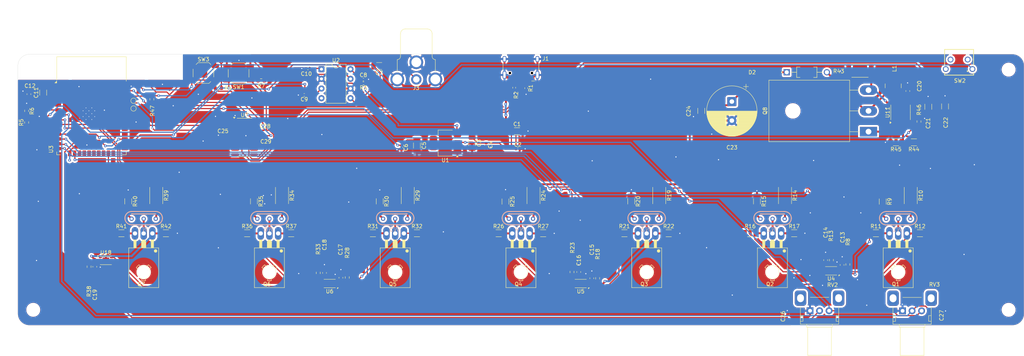
<source format=kicad_pcb>
(kicad_pcb (version 20241229) (generator "pcbnew") (generator_version "9.0")
  (layers (0 "F.Cu" signal) (2 "B.Cu" signal) (13 "F.Paste" user) (15 "B.Paste" user) (5 "F.SilkS" user "F.Silkscreen") (7 "B.SilkS" user "B.Silkscreen") (1 "F.Mask" user) (3 "B.Mask" user) (25 "Edge.Cuts" user))
  (net 0 "")
  (net 1 "+5V")
  (net 2 "GND")
  (net 3 "+140v")
  (net 4 "Net-(J3-In)")
  (net 5 "Net-(U2-IN)")
  (net 6 "Net-(U2-CKIN)")
  (net 7 "MSGEQ7_OUT")
  (net 8 "+3.3V")
  (net 9 "Net-(U4A-+)")
  (net 10 "Net-(U4B-+)")
  (net 11 "Net-(U5A-+)")
  (net 12 "Net-(U5B-+)")
  (net 13 "Net-(U6A-+)")
  (net 14 "Net-(U6B-+)")
  (net 15 "Net-(U11-REF)")
  (net 16 "Net-(U18A-+)")
  (net 17 "Net-(U3-IO16)")
  (net 18 "Net-(U3-IO35)")
  (net 19 "IO0_NET")
  (net 20 "Net-(U7-~{RTS})")
  (net 21 "EN_NET")
  (net 22 "Net-(U7-~{DTR})")
  (net 23 "Net-(Q8-DRAIN)")
  (net 24 "USB_D-")
  (net 25 "Net-(J1-CC2)")
  (net 26 "USB_D+")
  (net 27 "Net-(J1-CC1)")
  (net 28 "Net-(N1-PadK)")
  (net 29 "Net-(N1-PadK2)")
  (net 30 "Net-(N1-PadA)")
  (net 31 "Net-(N2-PadA)")
  (net 32 "Net-(N2-PadK2)")
  (net 33 "Net-(N2-PadK)")
  (net 34 "Net-(N3-PadK2)")
  (net 35 "Net-(N3-PadK)")
  (net 36 "Net-(N3-PadA)")
  (net 37 "Net-(N4-PadK)")
  (net 38 "Net-(N4-PadA)")
  (net 39 "Net-(N4-PadK2)")
  (net 40 "Net-(N5-PadA)")
  (net 41 "Net-(N5-PadK)")
  (net 42 "Net-(N5-PadK2)")
  (net 43 "Net-(N6-PadK2)")
  (net 44 "Net-(N6-PadK)")
  (net 45 "Net-(N6-PadA)")
  (net 46 "Net-(N7-PadK2)")
  (net 47 "Net-(N7-PadK)")
  (net 48 "Net-(N7-PadA)")
  (net 49 "Net-(Q1-Pad3)")
  (net 50 "Net-(U4A--)")
  (net 51 "Net-(U4B--)")
  (net 52 "Net-(Q2-Pad3)")
  (net 53 "Net-(U5A--)")
  (net 54 "Net-(Q3-Pad3)")
  (net 55 "Net-(Q4-Pad3)")
  (net 56 "Net-(U5B--)")
  (net 57 "Net-(Q5-Pad3)")
  (net 58 "Net-(U6A--)")
  (net 59 "Net-(Q6-Pad3)")
  (net 60 "Net-(U6B--)")
  (net 61 "Net-(U18A--)")
  (net 62 "Net-(Q7-Pad3)")
  (net 63 "Net-(Q8-GATE)")
  (net 64 "Net-(Q8-SOURCE)")
  (net 65 "Net-(U3-IO34)")
  (net 66 "NIXIE_CTRL_1")
  (net 67 "Net-(R11-Pad1)")
  (net 68 "NIXIE_CTRL_2")
  (net 69 "Net-(R16-Pad1)")
  (net 70 "NIXIE_CTRL_3")
  (net 71 "Net-(R21-Pad1)")
  (net 72 "NIXIE_CTRL_4")
  (net 73 "Net-(R26-Pad1)")
  (net 74 "NIXIE_CTRL_5")
  (net 75 "Net-(R31-Pad1)")
  (net 76 "NIXIE_CTRL_6")
  (net 77 "Net-(R36-Pad1)")
  (net 78 "NIXIE_CTRL_7")
  (net 79 "Net-(R41-Pad1)")
  (net 80 "Net-(U11-FB)")
  (net 81 "ESP32-HV-Control")
  (net 82 "Net-(U3-IO22)")
  (net 84 "ESP32_TXD")
  (net 85 "ESP32_RXD")
  (net 86 "MSGEQ7_RESET")
  (net 87 "MSGEQ7_STROBE")
  (net 90 "MSGEQ7_STROB")
  (footprint "MJE340_:TO126" (layer "F.Cu") (at 147.32 52.1144 180)
    (property "Reference" "Q4")
    (property "Value" "MJE340_")
  )
  (footprint "Capacitor_SMD:C_1206_3216Metric" (layer "F.Cu") (at 258.685 13.68 90)
    (property "Reference" "C22")
    (property "Value" "10uF")
  )
  (footprint "Resistor_SMD:R_0603_1608Metric" (layer "F.Cu") (at 33.914 55.773 90)
    (property "Reference" "R38")
    (property "Value" "4.7k")
  )
  (footprint "Resistor_SMD:R_2512_6332Metric" (layer "F.Cu") (at 216.662 37.084 -90)
    (property "Reference" "R14")
    (property "Value" "15k 1W")
  )
  (footprint "Resistor_SMD:R_1206_3216Metric" (layer "F.Cu") (at 250.5095 23.114 180)
    (property "Reference" "R44")
    (property "Value" "820k 0.25w 200v")
  )
  (footprint "Resistor_SMD:R_1206_3216Metric" (layer "F.Cu") (at 186.1205 46.99)
    (property "Reference" "R22")
    (property "Value" "820 1/4w")
  )
  (footprint "Capacitor_SMD:C_0201_0603Metric" (layer "F.Cu") (at 80.137 19.939)
    (property "Reference" "C28")
    (property "Value" "0.1uF")
  )
  (footprint "Capacitor_SMD:C_1206_3216Metric" (layer "F.Cu") (at 120.015 23.942 -90)
    (property "Reference" "C5")
    (property "Value" "10v 22uF")
  )
  (footprint "Capacitor_SMD:C_1206_3216Metric" (layer "F.Cu") (at 21.87 10.06 90)
    (property "Reference" "C11")
    (property "Value" "10uF")
  )
  (footprint "Resistor_SMD:R_2512_6332Metric" (layer "F.Cu") (at 84.585 37.0825 -90)
    (property "Reference" "R34")
    (property "Value" "15k 1W")
  )
  (footprint "Connector_USB:USB_C_Receptacle_HCTL_HC-TYPE-C-16P-01A" (layer "F.Cu") (at 147.32 2.307 180)
    (property "Reference" "J1")
    (property "Value" "USB_C_Receptacle_USB2.0_14P")
  )
  (footprint "431256038716:4312560387X6" (layer "F.Cu") (at 262.375 2.625 180)
    (property "Reference" "SW2")
    (property "Value" "SW_Push")
  )
  (footprint "MountingHole:MountingHole_3.2mm_M3" (layer "F.Cu") (at 275.375 67.095 180)
    (property "Reference" "Hole3" (hide yes))
    (property "Value" "MountingHole_3.2mm_M3" (hide yes))
  )
  (footprint "MJE340_:TO126" (layer "F.Cu") (at 213.36 52.1144 180)
    (property "Reference" "Q2")
    (property "Value" "MJE340_")
  )
  (footprint "Resistor_SMD:R_0603_1608Metric" (layer "F.Cu") (at 233.172 55.182 -90)
    (property "Reference" "R8")
    (property "Value" "4.7k")
  )
  (footprint "Resistor_SMD:R_2512_6332Metric" (layer "F.Cu") (at 236.347 4.318 180)
    (property "Reference" "R43")
    (property "Value" "0.05 1w")
  )
  (footprint "Capacitor_SMD:C_0603_1608Metric" (layer "F.Cu") (at 165.938 58.812 90)
    (property "Reference" "C15")
    (property "Value" "0.1uF")
  )
  (footprint "RF_Module:ESP32-WROOM-32" (layer "F.Cu") (at 34.557 16.505)
    (property "Reference" "U3")
    (property "Value" "ESP32-WROOM-32")
  )
  (footprint "Resistor_SMD:R_2512_6332Metric" (layer "F.Cu") (at 183.642 37.084 -90)
    (property "Reference" "R19")
    (property "Value" "15k 1W")
  )
  (footprint "MountingHole:MountingHole_3.2mm_M3" (layer "F.Cu") (at 19.265 4.025)
    (property "Reference" "Hole1" (hide yes))
    (property "Value" "MountingHole_3.2mm_M3" (hide yes))
  )
  (footprint "Resistor_SMD:R_1206_3216Metric" (layer "F.Cu") (at 141.478 46.99)
    (property "Reference" "R26")
    (property "Value" "2.2k 1/4W")
  )
  (footprint "Capacitor_SMD:C_0201_0603Metric" (layer "F.Cu") (at 258.826 68.58 90)
    (property "Reference" "C27")
    (property "Value" "0.1uF")
  )
  (footprint "Capacitor_SMD:C_0603_1608Metric" (layer "F.Cu") (at 231.648 55.309 90)
    (property "Reference" "C13")
    (property "Value" "0.1uF")
  )
  (footprint "Resistor_SMD:R_1206_3216Metric" (layer "F.Cu") (at 207.518 46.99)
    (property "Reference" "R16")
    (property "Value" "2.2k 1/4W")
  )
  (footprint "Resistor_SMD:R_1206_3216Metric" (layer "F.Cu") (at 75.438 46.99)
    (property "Reference" "R36")
    (property "Value" "2.2k 1/4W")
  )
  (footprint "Potentiometer_THT:Potentiometer_Alps_RK09K_Single_Horizontal" (layer "F.Cu") (at 223.235 67.335 90)
    (property "Reference" "RV2")
    (property "Value" "10k")
  )
  (footprint "Package_DIP:DIP-8_W7.62mm" (layer "F.Cu") (at 94.945 3.905)
    (property "Reference" "U2")
    (property "Value" "MSGEQ7")
  )
  (footprint "Capacitor_SMD:C_0201_0603Metric" (layer "F.Cu") (at 69.075 21.209)
    (property "Reference" "C25")
    (property "Value" "0.1uf")
  )
  (footprint "Button_Switch_SMD:SW_SPST_SKQG_WithStem" (layer "F.Cu") (at 63.95 4.915)
    (property "Reference" "SW3")
    (property "Value" "SW_Push")
  )
  (footprint "Resistor_SMD:R_0603_1608Metric" (layer "F.Cu") (at 94.09 57.398 -90)
    (property "Reference" "R33")
    (property "Value" "4.7k")
  )
  (footprint "Resistor_SMD:R_1206_3216Metric" (layer "F.Cu") (at 86.995 46.99)
    (property "Reference" "R37")
    (property "Value" "820 1/4w")
  )
  (footprint "Package_DFN_QFN:DFN-8-1EP_3x2mm_P0.5mm_EP1.75x1.45mm" (layer "F.Cu") (at 163.015 60.202 180)
    (property "Reference" "U5")
    (property "Value" "MCP6002-xMC")
  )
  (footprint "Resistor_SMD:R_1206_3216Metric" (layer "F.Cu") (at 108.458 46.99)
    (property "Reference" "R31")
    (property "Value" "2.2k 1/4W")
  )
  (footprint "Package_TO_SOT_THT:TO-247-3_Horizontal_TabDown" (layer "F.Cu") (at 238.585 20.309 90)
    (property "Reference" "Q8")
    (property "Value" "IRFP250N")
  )
  (footprint "Inductor_SMD:L_Ferrocore_DLG-0403" (layer "F.Cu") (at 245.06 8.285 -90)
    (property "Reference" "L1")
    (property "Value" "56 uH")
  )
  (footprint "Resistor_SMD:R_0603_1608Metric" (layer "F.Cu") (at 251.84 17.65 90)
    (property "Reference" "R46")
    (property "Value" "10k")
  )
  (footprint "Resistor_SMD:R_0402_1005Metric" (layer "F.Cu") (at 105.955 7.61 180)
    (property "Reference" "R3")
    (property "Value" "200K")
  )
  (footprint "Resistor_SMD:R_0603_1608Metric" (layer "F.Cu") (at 167.462 58.812 -90)
    (property "Reference" "R18")
    (property "Value" "4.7k")
  )
  (footprint "Resistor_SMD:R_1206_3216Metric" (layer "F.Cu") (at 153.162 46.99)
    (property "Reference" "R27")
    (property "Value" "820 1/4w")
  )
  (footprint "MJE340_:TO126" (layer "F.Cu") (at 246.38 52.1144 180)
    (property "Reference" "Q1")
    (property "Value" "MJE340_")
  )
  (footprint "Capacitor_SMD:C_0402_1005Metric" (layer "F.Cu") (at 91.395 3.7 180)
    (property "Reference" "C10")
    (property "Value" "0.1uF 10v")
  )
  (footprint "Resistor_SMD:R_0603_1608Metric" (layer "F.Cu") (at 160.731 57.161 -90)
    (property "Reference" "R23")
    (property "Value" "4.7k")
  )
  (footprint "MJE340_:TO126" (layer "F.Cu") (at 81.28 52.1144 180)
    (property "Reference" "Q6")
    (property "Value" "MJE340_")
  )
  (footprint "Capacitor_SMD:C_1206_3216Metric" (layer "F.Cu") (at 146.298 20.193)
    (property "Reference" "C1")
    (property "Value" "4.7uF 10v")
  )
  (footprint "Resistor_SMD:R_2512_6332Metric" (layer "F.Cu") (at 150.622 37.084 -90)
    (property "Reference" "R24")
    (property "Value" "15k 1W")
  )
  (footprint "Resistor_SMD:R_0603_1608Metric" (layer "F.Cu") (at 79.105 6.935 180)
    (property "Reference" "R7")
    (property "Value" "10K")
  )
  (footprint "MJE340_:TO126" (layer "F.Cu") (at 180.34 52.1144 180)
    (property "Reference" "Q3")
    (property "Value" "MJE340_")
  )
  (footprint "Capacitor_SMD:C_0603_1608Metric" (layer "F.Cu") (at 227.33 54.039 90)
    (property "Reference" "C14")
    (property "Value" "0.1uF")
  )
  (footprint "Capacitor_SMD:C_0603_1608Metric" (layer "F.Cu") (at 35.438 55.773 -90)
    (property "Reference" "C19")
    (property "Value" "0.1uF")
  )
  (footprint "Capacitor_SMD:C_0201_0603Metric" (layer "F.Cu") (at 217.201 68.811 90)
    (property "Reference" "C26")
    (property "Value" "0.1uF")
  )
  (footprint "Capacitor_SMD:C_1206_3216Metric" (layer "F.Cu") (at 254.295 13.775 90)
    (property "Reference" "C21")
    (property "Value" "100uF 16v")
  )
  (footprint "Capacitor_SMD:C_1206_3216Metric" (layer "F.Cu") (at 110.1 3.075 180)
    (property "Reference" "C7")
    (property "Value" "10V 1uF")
  )
  (footprint "Capacitor_SMD:C_0402_1005Metric" (layer "F.Cu") (at 138.176 23.815 -90)
    (property "Reference" "C4")
    (property "Value" "10V 0.1uF")
  )
  (footprint "Package_DFN_QFN:DFN-8-1EP_3x2mm_P0.5mm_EP1.75x1.45mm" (layer "F.Cu") (at 228.7705 56.8515 180)
    (property "Reference" "U4")
    (property "Value" "MCP6002-xMC")
  )
  (footprint "Capacitor_SMD:C_0603_1608Metric" (layer "F.Cu") (at 100.059 58.668 90)
    (property "Reference" "C17")
    (property "Value" "0.1uF")
  )
  (footprint "Resistor_SMD:R_1206_3216Metric" (layer "F.Cu") (at 44.196 38.608 -90)
    (property "Reference" "R40")
    (property "Value" "470k 1/4w")
  )
  (footprint "Resistor_SMD:R_1206_3216Metric" (layer "F.Cu") (at 54.102 46.99)
    (property "Reference" "R42")
    (property "Value" "820 1/4w")
  )
  (footprint "Capacitor_SMD:C_0603_1608Metric" (layer "F.Cu") (at 162.509 57.161 90)
    (property "Reference" "C16")
    (property "Value" "0.1uF")
  )
  (footprint "Resistor_SMD:R_1206_3216Metric" (layer "F.Cu") (at 245.8105 23.114 180)
    (property "Reference" "R45")
    (property "Value" "10k 0.25w 200v")
  )
  (footprint "Resistor_SMD:R_2512_6332Metric" (layer "F.Cu") (at 249.682 37.084 -90)
    (property "Reference" "R10")
    (property "Value" "15k 1W")
  )
  (footprint "Resistor_SMD:R_1206_3216Metric" (layer "F.Cu") (at 176.276 38.608 -90)
    (property "Reference" "R20")
    (property "Value" "470k 1/4w")
  )
  (footprint "Capacitor_THT:CP_Radial_D13.0mm_P5.00mm" (layer "F.Cu") (at 202.705 12.406041 -90)
    (property "Reference" "C23")
    (property "Value" "47uF 200V")
  )
  (footprint "Button_Switch_SMD:SW_SPST_SKQG_WithStem" (layer "F.Cu") (at 73.185 4.985 180)
    (property "Reference" "SW1")
    (property "Value" "SW_Push")
  )
  (footprint "TestPoint:TestPoint_Pad_D1.0mm" (layer "F.Cu") (at 45.593 14.224)
    (property "Reference" "TP2" (hide yes))
    (property "Value" "RXD")
  )
  (footprint "Resistor_SMD:R_0603_1608Metric" (layer "F.Cu") (at 67.86 8.87 180)
    (property "Reference" "R4")
    (property "Value" "10K")
  )
  (footprint "Resistor_SMD:R_0402_1005Metric" (layer "F.Cu") (at 148.717 8.89 -90)
    (property "Reference" "R1")
    (property "Value" "5.1K")
  )
  (footprint "Resistor_SMD:R_1206_3216Metric" (layer "F.Cu") (at 143.256 38.6695 -90)
    (property "Reference" "R25")
    (property "Value" "470k 1/4w")
  )
  (footprint "Resistor_SMD:R_1206_3216Metric" (layer "F.Cu") (at 219.075 46.99)
    (property "Reference" "R17")
    (property "Value" "820 1/4w")
  )
  (footprint "Resistor_SMD:R_1206_3216Metric" (layer "F.Cu") (at 110.236 38.608 -90)
    (property "Reference" "R30")
    (property "Value" "470k 1/4w")
  )
  (footprint "Capacitor_SMD:C_0402_1005Metric" (layer "F.Cu") (at 115.951 24.45 -90)
    (property "Reference" "C6")
    (property "Value" "10V 0.1uF")
  )
  (footprint "Resistor_SMD:R_0402_1005Metric" (layer "F.Cu") (at 145.542 8.763 -90)
    (property "Reference" "R2")
    (property "Value" "5.1K")
  )
  (footprint "Resistor_SMD:R_1206_3216Metric" (layer "F.Cu") (at 209.296 38.608 -90)
    (property "Reference" "R15")
    (property "Value" "470k 1/4w")
  )
  (footprint "Capacitor_SMD:C_0402_1005Metric" (layer "F.Cu") (at 90.424 10.668 180)
    (property "Reference" "C9")
    (property "Value" "0.1uF 10v")
  )
  (footprint "Resistor_SMD:R_0603_1608Metric" (layer "F.Cu") (at 228.854 54.039 -90)
    (property "Reference" "R13")
    (property "Value" "4.7k")
  )
  (footprint "Resistor_SMD:R_0603_1608Metric" (layer "F.Cu") (at 50.419 11.811 90)
    (property "Reference" "R47")
    (property "Value" "10k")
  )
  (footprint "TestPoint:TestPoint_Pad_D1.0mm" (layer "F.Cu") (at 45.593 12.192)
    (property "Reference" "TP1" (hide yes))
    (property "Value" "TXD")
  )
  (footprint "Resistor_SMD:R_1206_3216Metric" (layer "F.Cu") (at 252.095 46.99)
    (property "Reference" "R12")
    (property "Value" "820 1/4w")
  )
  (footprint "Resistor_SMD:R_0603_1608Metric" (layer "F.Cu") (at 101.71 58.604 -90)
    (property "Reference" "R28")
    (property "Value" "4.7k")
  )
  (footprint "Resistor_SMD:R_1206_3216Metric" (layer "F.Cu") (at 242.316 38.6695 -90)
    (property "Reference" "R9")
    (property "Value" "470k 1/4w")
  )
  (footprint "Potentiometer_THT:Potentiometer_Alps_RK09K_Single_Horizontal" (layer "F.Cu") (at 247.532 67.358 90)
    (property "Reference" "RV3")
    (property "Value" "10k")
  )
  (footprint "Package_SO:SO-8_3.9x4.9mm_P1.27mm" (layer "F.Cu") (at 247.015 15.24 90)
    (property "Reference" "U11")
    (property "Value" "MAX1771xSA")
  )
  (footprint "Resistor_SMD:R_1206_3216Metric" (layer "F.Cu") (at 174.498 46.99)
    (property "Reference" "R21")
    (property "Value" "2.2k 1/4W")
  )
  (footprint "Resistor_SMD:R_0603_1608Metric" (layer "F.Cu") (at 17.524 17.898 90)
    (property "Reference" "R5")
    (property "Value" "18K")
  )
  (footprint "Resistor_SMD:R_0603_1608Metric" (layer "F.Cu") (at 17.524 14.85 -90)
    (property "Reference" "R6")
    (property "Value" "33k")
  )
  (footprint "Package_SO:SOIC-16_3.9x9.9mm_P1.27mm" (layer "F.Cu") (at 74.741 21.844)
    (property "Reference" "U7")
    (property "Value" "CH340C")
  )
  (footprint "MJE340_:TO126" (layer "F.Cu") (at 114.3 52.1144 180)
    (property "Reference" "Q5")
    (property "Value" "MJE340_")
  )
  (footprint "UF4004:DIOAD1055W87L533D272" (layer "F.Cu") (at 222.38 4.71)
    (property "Reference" "D2")
    (property "Value" "UF4004")
  )
  (footprint "Capacitor_SMD:C_0603_1608Metric" (layer "F.Cu") (at 95.741 57.398 90)
    (property "Reference" "C18")
    (property "Value" "0.1uF")
  )
  (footprint "Capacitor_SMD:C_1206_3216Metric" (layer "F.Cu") (at 134.493 23.307 -90)
    (property "Reference" "C3")
    (property "Value" "10V 3.3uF")
  )
  (footprint "Resistor_SMD:R_1206_3216Metric" (layer "F.Cu") (at 42.418 46.99)
    (property "Reference" "R41")
    (property "Value" "2.2k 1/4W")
  )
  (footprint "Capacitor_SMD:C_0603_1608Metric" (layer "F.Cu") (at 18.13 10.465 90)
    (property "Reference" "C12")
    (property "Value" "0.1uF")
  )
  (footprint "Resistor_SMD:R_1206_3216Metric" (layer "F.Cu") (at 77.216 38.608 -90)
    (property "Reference" "R35")
    (property "Value" "470k 1/4w")
  )
  (footprint "Package_DFN_QFN:DFN-8-1EP_3x2mm_P0.5mm_EP1.75x1.45mm" (layer "F.Cu") (at 97.102 60.194 180)
    (property "Reference" "U6")
    (property "Value" "MCP6002-xMC")
  )
  (footprint "Resistor_SMD:R_2512_6332Metric" (layer "F.Cu") (at 51.562 37.084 -90)
    (property "Reference" "R39")
    (property "Value" "15k 1W")
  )
  (footprint "Package_TO_SOT_SMD:SOT-223-3_TabPin2" (layer "F.Cu") (at 127.483 23.307 180)
    (property "Reference" "U1")
    (property "Value" "AMS1117-3.3")
  )
  (footprint "Capacitor_SMD:C_0402_1005Metric" (layer "F.Cu") (at 146.497 24.892)
    (property "Reference" "C2")
    (property "Value" "0.1uF 10v")
  )
  (footprint "Resistor_SMD:R_2512_6332Metric" (layer "F.Cu") (at 117.602 37.084 -90)
    (property "Reference" "R29")
    (property "Value" "15k 1W")
  )
  (footprint "MountingHole:MountingHole_3.2mm_M3" (layer "F.Cu") (at 275.375 4.025 -90)
    (property "Reference" "Hole4" (hide yes))
    (property "Value" "MountingHole_3.2mm_M3" (hide yes))
  )
  (footprint "jwm_kicad_footprints_misc.pretty-master:RCA-Phono_CUI-Devices_RCJ-01X_Horizontal" (layer "F.Cu") (at 119.85 6.59)
    (property "Reference" "J3")
    (property "Value" "Conn_Coaxial")
  )
  (footprint "Capacitor_SMD:C_0603_1608Metric" (layer "F.Cu") (at 248.92 9.639 -90)
    (property "Reference" "C20")
    (property "Value" "0.1uF")
  )
  (footprint "Capacitor_SMD:C_0402_1005Metric" (layer "F.Cu") (at 105.955 6.615)
    (property "Reference" "C8")
    (property "Value" "33pF")
  )
  (footprint "Capacitor_SMD:C_0201_0603Metric" (layer "F.Cu") (at 80.137 21.463)
    (property "Reference" "C29")
    (property "Value" "0.1uF")
  )
  (footprint "MountingHole:MountingHole_3.2mm_M3" (layer "F.Cu") (at 19.265 67.095 90)
    (property "Reference" "Hole2" (hide yes))
    (property "Value" "MountingHole_3.2mm_M3" (hide yes))
  )
  (footprint "MJE340_:TO126" (layer "F.Cu") (at 48.26 52.1144 180)
    (property "Reference" "Q7")
    (property "Value" "MJE340_")
  )
  (footprint "Capacitor_SMD:C_1206_3216Metric" (layer "F.Cu") (at 194.675 14.85 -90)
    (property "Reference" "C24")
    (property "Value" "0.1uF 250v")
  )
  (footprint "Resistor_SMD:R_1206_3216Metric" (layer "F.Cu") (at 120.015 46.99)
    (property "Reference" "R32")
    (property "Value" "820 1/4w")
  )
  (footprint "Package_DFN_QFN:DFN-8-1EP_3x2mm_P0.5mm_EP1.75x1.45mm" (layer "F.Cu") (at 38.34 54.12)
    (property "Reference" "U18")
    (property "Value" "MCP6002-xMC")
  )
  (footprint "Resistor_SMD:R_1206_3216Metric" (layer "F.Cu") (at 240.538 46.99)
    (property "Reference" "R11")
    (property "Value" "2.2k 1/4W")
  )
  (footprint "nixies-us:nixies-us-IN-13" (layer "B.Cu") (at 51.435 43.18 180)
    (property "Reference" "N7")
    (property "Value" "~")
  )
  (footprint "nixies-us:nixies-us-IN-13" (layer "B.Cu") (at 183.515 43.18 180)
    (property "Reference" "N3")
    (property "Value" "~")
  )
  (footprint "nixies-us:nixies-us-IN-13" (layer "B.Cu") (at 249.575 43.2 180)
    (property "Reference" "N1")
    (property "Value" "~")
  )
  (footprint "nixies-us:nixies-us-IN-13" (layer "B.Cu") (at 84.455 43.18 180)
    (property "Reference" "N6")
    (property "Value" "~")
  )
  (footprint "nixies-us:nixies-us-IN-13" (layer "B.Cu") (at 117.475 43.18 180)
    (property "Reference" "N5")
    (property "Value" "~")
  )
  (footprint "nixies-us:nixies-us-IN-13" (layer "B.Cu") (at 150.495 43.18 180)
    (property "Reference" "N4")
    (property "Value" "~")
  )
  (footprint "nixies-us:nixies-us-IN-13" (layer "B.Cu") (at 216.575 43.2 180)
    (property "Reference" "N2")
    (property "Value" "~")
  )
  (gr_line (start 18.24 0) (end 276.4 0) (stroke (width 0.05)) (layer "Edge.Cuts"))
  (gr_arc (start 15.24 3) (mid 16.11868 0.87868) (end 18.24 0) (stroke (width 0.05)) (layer "Edge.Cuts"))
  (gr_arc (start 18.24 71.12) (mid 16.11868 70.24132) (end 15.24 68.12) (stroke (width 0.05)) (layer "Edge.Cuts"))
  (gr_arc (start 276.4 0) (mid 278.52132 0.87868) (end 279.4 3) (stroke (width 0.05)) (layer "Edge.Cuts"))
  (gr_line (start 276.4 71.12) (end 18.24 71.12) (stroke (width 0.05)) (layer "Edge.Cuts"))
  (gr_line (start 15.24 68.12) (end 15.24 3) (stroke (width 0.05)) (layer "Edge.Cuts"))
  (gr_line (start 279.4 3) (end 279.4 68.12) (stroke (width 0.05)) (layer "Edge.Cuts"))
  (gr_arc (start 279.4 68.12) (mid 278.52132 70.24132) (end 276.4 71.12) (stroke (width 0.05)) (layer "Edge.Cuts"))
  (segment (start 238.930684 61.137054) (end 246.815992 53.251746) (width 0.3) (layer "F.Cu") (net 1))
  (segment (start 143.383 18.753) (end 144.823 20.193) (width 0.5) (layer "F.Cu") (net 1))
  (segment (start 96.295 5.255) (end 93.125 5.255) (width 0.3) (layer "F.Cu") (net 1))
  (segment (start 143.238 24.892) (end 146.017 24.892) (width 0.3) (layer "F.Cu") (net 1))
  (segment (start 48.091 60.944) (end 40.516 53.369) (width 0.3) (layer "F.Cu") (net 1))
  (segment (start 258.55 43.79187) (end 258.55 14.45) (width 0.3) (layer "F.Cu") (net 1))
  (segment (start 249.95687 6.66) (end 250.64 7.34313) (width 0.3) (layer "F.Cu") (net 1))
  (segment (start 246.815992 53.251746) (end 249.090124 53.251746) (width 0.3) (layer "F.Cu") (net 1))
  (segment (start 143.383 8.252) (end 143.383 12.987) (width 0.5) (layer "F.Cu") (net 1))
  (segment (start 143.383 12.987) (end 143.32 13.05) (width 0.5) (layer "F.Cu") (net 1))
  (segment (start 227.3205 57.6015) (end 230.856054 61.137054) (width 0.3) (layer "F.Cu") (net 1))
  (segment (start 163.84213 2.292) (end 146.017 20.11713) (width 0.3) (layer "F.Cu") (net 1))
  (segment (start 258.685 15.155) (end 254.39 15.155) (width 0.3) (layer "F.Cu") (net 1))
  (segment (start 222.46 60.345) (end 224.577 60.345) (width 0.3) (layer "F.Cu") (net 1))
  (segment (start 246.38 16.940001) (end 246.38 17.815) (width 0.3) (layer "F.Cu") (net 1))
  (segment (start 218.884 61.87) (end 218.884 61.551) (width 0.3) (layer "F.Cu") (net 1))
  (segment (start 222.46 60.43) (end 222.46 60.345) (width 0.3) (layer "F.Cu") (net 1))
  (segment (start 138.176 23.335) (end 135.996 23.335) (width 0.3) (layer "F.Cu") (net 1))
  (segment (start 149.72 5.448719) (end 148.665281 4.394) (width 0.3) (layer "F.Cu") (net 1))
  (segment (start 169.57752 62.041) (end 169.748521 61.87) (width 0.3) (layer "F.Cu") (net 1))
  (segment (start 254.295 15.25) (end 250.64 15.25) (width 0.3) (layer "F.Cu") (net 1))
  (segment (start 143.383 8.252) (end 144.258 8.252) (width 0.5) (layer "F.Cu") (net 1))
  (segment (start 148.665281 4.394) (end 145.974719 4.394) (width 0.3) (layer "F.Cu") (net 1))
  (segment (start 98.636 7.596) (end 96.295 5.255) (width 0.3) (layer "F.Cu") (net 1))
  (segment (start 141.681 23.335) (end 143.238 24.892) (width 0.3) (layer "F.Cu") (net 1))
  (segment (start 130.515 18.725) (end 130.515 20.889) (width 0.3) (layer "F.Cu") (net 1))
  (segment (start 230.856054 61.137054) (end 238.930684 61.137054) (width 0.3) (layer "F.Cu") (net 1))
  (segment (start 95.652 60.944) (end 48.091 60.944) (width 0.3) (layer "F.Cu") (net 1))
  (segment (start 133.668 21.007) (end 134.493 21.832) (width 0.3) (layer "F.Cu") (net 1))
  (segment (start 144.92 7.59) (end 144.92 6.052) (width 0.5) (layer "F.Cu") (net 1))
  (segment (start 161.565 60.952) (end 162.483 61.87) (width 0.3) (layer "F.Cu") (net 1))
  (segment (start 144.823 23.698) (end 146.017 24.892) (width 0.3) (layer "F.Cu") (net 1))
  (segment (start 91.875 3.7) (end 93.09 3.7) (width 0.3) (layer "F.Cu") (net 1))
  (segment (start 103.04176 7.596) (end 98.636 7.596) (width 0.3) (layer "F.Cu") (net 1))
  (segment (start 106.465 9.085) (end 106.465 7.61) (width 0.3) (layer "F.Cu") (net 1))
  (segment (start 106.465 7.61) (end 105.794 8.281) (width 0.3) (layer "F.Cu") (net 1))
  (segment (start 259.936 13.904) (end 259.936 11.159636) (width 0.3) (layer "F.Cu") (net 1))
  (segment (start 248.070001 15.25) (end 246.38 16.940001) (width 0.3) (layer "F.Cu") (net 1))
  (segment (start 164.67448 61.87) (end 164.84548 62.041) (width 0.3) (layer "F.Cu") (net 1))
  (segment (start 135.996 23.335) (end 134.493 21.832) (width 0.3) (layer "F.Cu") (net 1))
  (segment (start 130.515 20.889) (end 130.633 21.007) (width 0.3) (layer "F.Cu") (net 1))
  (segment (start 164.84548 62.041) (end 169.57752 62.041) (width 0.3) (layer "F.Cu") (net 1))
  (segment (start 162.483 61.87) (end 164.67448 61.87) (width 0.3) (layer "F.Cu") (net 1))
  (segment (start 146.017 20.11713) (end 146.017 24.892) (width 0.3) (layer "F.Cu") (net 1))
  (segment (start 169.748521 61.87) (end 218.884 61.87) (width 0.3) (layer "F.Cu") (net 1))
  (segment (start 149.72 6.052) (end 149.72 5.448719) (width 0.3) (layer "F.Cu") (net 1))
  (segment (start 105.794 8.281) (end 103.72676 8.281) (width 0.3) (layer "F.Cu") (net 1))
  (segment (start 93.09 3.7) (end 94.74 3.7) (width 0.3) (layer "F.Cu") (net 1))
  (segment (start 224.577 60.345) (end 227.3205 57.6015) (width 0.3) (layer "F.Cu") (net 1))
  (segment (start 93.125 5.255) (end 93.125 3.735) (width 0.3) (layer "F.Cu") (net 1))
  (segment (start 250.64 15.25) (end 248.070001 15.25) (width 0.3) (layer "F.Cu") (net 1))
  (segment (start 138.176 23.335) (end 141.681 23.335) (width 0.3) (layer "F.Cu") (net 1))
  (segment (start 259.936 11.159636) (end 251.068364 2.292) (width 0.3) (layer "F.Cu") (net 1))
  (segment (start 93.125 3.735) (end 93.09 3.7) (width 0.3) (layer "F.Cu") (net 1))
  (segment (start 258.685 15.155) (end 259.936 13.904) (width 0.3) (layer "F.Cu") (net 1))
  (segment (start 143.383 16.001) (end 143.383 18.753) (width 0.5) (layer "F.Cu") (net 1))
  (segment (start 95.652 60.944) (end 98.603 63.895) (width 0.3) (layer "F.Cu") (net 1))
  (segment (start 98.603 63.895) (end 158.622 63.895) (width 0.3) (layer "F.Cu") (net 1))
  (segment (start 218.884 61.551) (end 220.005 60.43) (width 0.3) (layer "F.Cu") (net 1))
  (segment (start 103.72676 8.281) (end 103.04176 7.596) (width 0.3) (layer "F.Cu") (net 1))
  (segment (start 144.258 8.252) (end 144.92 7.59) (width 0.5) (layer "F.Cu") (net 1))
  (segment (start 40.516 53.369) (end 39.58 53.369) (width 0.3) (layer "F.Cu") (net 1))
  (segment (start 254.39 15.155) (end 254.295 15.25) (width 0.3) (layer "F.Cu") (net 1))
  (segment (start 158.622 63.895) (end 161.565 60.952) (width 0.3) (layer "F.Cu") (net 1))
  (segment (start 251.068364 2.292) (end 163.84213 2.292) (width 0.3) (layer "F.Cu") (net 1))
  (segment (start 145.974719 4.394) (end 144.92 5.448719) (width 0.3) (layer "F.Cu") (net 1))
  (segment (start 250.64 7.34313) (end 250.64 15.25) (width 0.3) (layer "F.Cu") (net 1))
  (segment (start 220.005 60.43) (end 222.46 60.43) (width 0.3) (layer "F.Cu") (net 1))
  (segment (start 94.74 3.7) (end 94.945 3.905) (width 0.3) (layer "F.Cu") (net 1))
  (segment (start 130.633 21.007) (end 133.668 21.007) (width 0.3) (layer "F.Cu") (net 1))
  (segment (start 249.090124 53.251746) (end 258.55 43.79187) (width 0.3) (layer "F.Cu") (net 1))
  (segment (start 245.06 6.66) (end 249.95687 6.66) (width 0.3) (layer "F.Cu") (net 1))
  (segment (start 91.875 3.390001) (end 91.875 3.7) (width 0.3) (layer "F.Cu") (net 1))
  (segment (start 144.92 5.448719) (end 144.92 6.052) (width 0.3) (layer "F.Cu") (net 1))
  (segment (start 144.823 20.193) (end 144.823 23.698) (width 0.3) (layer "F.Cu") (net 1))
  (via (at 143.32 13.05) (size 0.7) (drill 0.3) (layers "F.Cu" "B.Cu") (net 1))
  (via (at 143.383 16.001) (size 0.7) (drill 0.3) (layers "F.Cu" "B.Cu") (net 1))
  (via (at 130.515 18.725) (size 0.7) (drill 0.3) (layers "F.Cu" "B.Cu") (net 1))
  (via (at 106.465 9.085) (size 0.7) (drill 0.3) (layers "F.Cu" "B.Cu") (net 1))
  (segment (start 143.32 15.938) (end 143.383 16.001) (width 0.5) (layer "B.Cu") (net 1))
  (segment (start 143.32 13.05) (end 143.32 15.938) (width 0.5) (layer "B.Cu") (net 1))
  (segment (start 115.11 18.255) (end 115.11 18.725) (width 0.3) (layer "B.Cu") (net 1))
  (segment (start 115.11 18.725) (end 130.515 18.725) (width 0.3) (layer "B.Cu") (net 1))
  (segment (start 106.465 9.085) (end 106.465 9.61) (width 0.3) (layer "B.Cu") (net 1))
  (segment (start 106.465 9.61) (end 115.11 18.255) (width 0.3) (layer "B.Cu") (net 1))
  (segment (start 16.58 9.69) (end 16.555 9.665) (width 0.5) (layer "F.Cu") (net 2))
  (segment (start 25.477 8.585) (end 25.807 8.255) (width 0.5) (layer "F.Cu") (net 2))
  (segment (start 148.717 10.473) (end 148.685 10.505) (width 0.3) (layer "F.Cu") (net 2))
  (segment (start 138.176 24.295) (end 139.305 24.295) (width 0.5) (layer "F.Cu") (net 2))
  (segment (start 36.89 54.87) (end 36.89 55.096) (width 0.3) (layer "F.Cu") (net 2))
  (segment (start 147.773 20.193) (end 147.773 24.096) (width 0.5) (layer "F.Cu") (net 2))
  (segment (start 60.85 3.065) (end 63.955 3.065) (width 0.5) (layer "F.Cu") (net 2))
  (segment (start 209.296 35.841) (end 209.27 35.815) (width 0.5) (layer "F.Cu") (net 2))
  (segment (start 44.196 37.1455) (end 44.196 35.634) (width 0.5) (layer "F.Cu") (net 2))
  (segment (start 248.92 8.864) (end 248.92 7.575) (width 0.5) (layer "F.Cu") (net 2))
  (segment (start 38.34 54.12) (end 38.34 54.147) (width 0.3) (layer "F.Cu") (net 2))
  (segment (start 21.87 8.585) (end 25.477 8.585) (width 0.5) (layer "F.Cu") (net 2))
  (segment (start 147.773 20.193) (end 149.142 20.193) (width 0.5) (layer "F.Cu") (net 2))
  (segment (start 70.085 3.135) (end 73.275 3.135) (width 0.5) (layer "F.Cu") (net 2))
  (segment (start 230.315 55.307) (end 230.315 54.545) (width 0.3) (layer "F.Cu") (net 2))
  (segment (start 98.552 59.444) (end 98.552 57.797) (width 0.3) (layer "F.Cu") (net 2))
  (segment (start 258.826 68.26) (end 258.826 67.406) (width 0.3) (layer "F.Cu") (net 2))
  (segment (start 68.755 21.209) (end 67.916 21.209) (width 0.3) (layer "F.Cu") (net 2))
  (segment (start 258.685 12.205) (end 258.685 10.9) (width 0.5) (layer "F.Cu") (net 2))
  (segment (start 77.216 37.1455) (end 79.6395 37.1455) (width 0.3) (layer "F.Cu") (net 2))
  (segment (start 36.89 54.87) (end 36.89 55.865) (width 0.3) (layer "F.Cu") (net 2))
  (segment (start 147.773 24.096) (end 146.977 24.892) (width 0.5) (layer "F.Cu") (net 2))
  (segment (start 18.13 9.69) (end 16.58 9.69) (width 0.5) (layer "F.Cu") (net 2))
  (segment (start 247.532 65.667) (end 247.5 65.635) (width 0.5) (layer "F.Cu") (net 2))
  (segment (start 131.458 24.782) (end 130.633 25.607) (width 0.5) (layer "F.Cu") (net 2))
  (segment (start 200.963959 17.406041) (end 197.42 20.95) (width 0.5) (layer "F.Cu") (net 2))
  (segment (start 187.583 46.99) (end 189.025 46.99) (width 0.5) (layer "F.Cu") (net 2))
  (segment (start 156.04 46.99) (end 156.07 47.02) (width 0.5) (layer "F.Cu") (net 2))
  (segment (start 229.5205 56.1015) (end 228.7705 56.8515) (width 0.3) (layer "F.Cu") (net 2))
  (segment (start 227.33 52) (end 227.32 51.99) (width 0.5) (layer "F.Cu") (net 2))
  (segment (start 151.16 5.412) (end 150.52 6.052) (width 0.5) (layer "F.Cu") (net 2))
  (segment (start 162.509 56.386) (end 162.509 55.299) (width 0.5) (layer "F.Cu") (net 2))
  (segment (start 258.826 67.406) (end 258.815 67.395) (width 0.3) (layer "F.Cu") (net 2))
  (segment (start 201.623959 16.325) (end 202.705 17.406041) (width 0.5) (layer "F.Cu") (net 2))
  (segment (start 151.64 1.232) (end 151.64 5.412) (width 0.5) (layer "F.Cu") (net 2))
  (segment (start 107.25 6.615) (end 107.3 6.565) (width 0.5) (layer "F.Cu") (net 2))
  (segment (start 230.2205 56.1015) (end 230.2205 55.9615) (width 0.3) (layer "F.Cu") (net 2))
  (segment (start 89.944 10.668) (end 88.907 10.668) (width 0.5) (layer "F.Cu") (net 2))
  (segment (start 149.142 20.193) (end 149.18 20.155) (width 0.5) (layer "F.Cu") (net 2))
  (segment (start 244.348 23.114) (end 243.041 23.114) (width 0.5) (layer "F.Cu") (net 2))
  (segment (start 145.542 10.333) (end 145.535 10.34) (width 0.3) (layer "F.Cu") (net 2))
  (segment (start 36.89 55.865) (end 36.86 55.895) (width 0.3) (layer "F.Cu") (net 2))
  (segment (start 98.552 57.797) (end 98.55 57.795) (width 0.3) (layer "F.Cu") (net 2))
  (segment (start 231.648 54.534) (end 230.326 54.534) (width 0.3) (layer "F.Cu") (net 2))
  (segment (start 18.13 9.69) (end 20.765 9.69) (width 0.5) (layer "F.Cu") (net 2))
  (segment (start 143.256 35.559) (end 143.28 35.535) (width 0.5) (layer "F.Cu") (net 2))
  (segment (start 162.509 55.299) (end 162.49 55.28) (width 0.5) (layer "F.Cu") (net 2))
  (segment (start 17.53 12.87) (end 16.555 11.895) (width 0.5) (layer "F.Cu") (net 2))
  (segment (start 163.015 58.95) (end 164.36 57.605) (width 0.3) (layer "F.Cu") (net 2))
  (segment (start 73.275 3.135) (end 73.275 1.59) (width 0.5) (layer "F.Cu") (net 2))
  (segment (start 223.235 67.335) (end 218.316 67.335) (width 0.5) (layer "F.Cu") (net 2))
  (segment (start 220.5375 46.99) (end 221.88 46.99) (width 0.5) (layer "F.Cu") (net 2))
  (segment (start 251.84 16.825) (end 253.315 16.825) (width 0.5) (layer "F.Cu") (net 2))
  (segment (start 17.524 14.025) (end 17.524 12.876) (width 0.5) (layer "F.Cu") (net 2))
  (segment (start 231.648 53.202) (end 231.685 53.165) (width 0.5) (layer "F.Cu") (net 2))
  (segment (start 134.493 24.782) (end 131.458 24.782) (width 0.5) (layer "F.Cu") (net 2))
  (segment (start 130.633 25.607) (end 130.248 25.992) (width 0.5) (layer "F.Cu") (net 2))
  (segment (start 194.675 16.325) (end 201.623959 16.325) (width 0.5) (layer "F.Cu") (net 2))
  (segment (start 97.485 8.985) (end 94.945 6.445) (width 0.5) (layer "F.Cu") (net 2))
  (segment (start 28.847 26.015) (end 28.847 25.383) (width 0.3) (layer "F.Cu") (net 2))
  (segment (start 246.38 12.665) (end 247.65 12.665) (width 0.5) (layer "F.Cu") (net 2))
  (segment (start 231.312 4.318) (end 231.255 4.375) (width 0.5) (layer "F.Cu") (net 2))
  (segment (start 246.17 14.145) (end 243.14 14.145) (width 0.5) (layer "F.Cu") (net 2))
  (segment (start 16.555 11.895) (end 16.555 9.665) (width 0.5) (layer "F.Cu") (net 2))
  (segment (start 38.34 54.147) (end 37.616 54.871) (width 0.3) (layer "F.Cu") (net 2))
  (segment (start 189.025 46.99) (end 189.05 47.015) (width 0.5) (layer "F.Cu") (net 2))
  (segment (start 151.64 1.232) (end 143 1.232) (width 0.5) (layer "F.Cu") (net 2))
  (segment (start 37.616 54.871) (end 36.89 54.871) (width 0.3) (layer "F.Cu") (net 2))
  (segment (start 88.907 10.668) (end 88.875 10.7) (width 0.5) (layer "F.Cu") (net 2))
  (segment (start 100.059 57.893) (end 100.059 56.549) (width 0.5) (layer "F.Cu") (net 2))
  (segment (start 258.59 12.3) (end 258.685 12.205) (width 0.5) (layer "F.Cu") (net 2))
  (segment (start 139.305 24.295) (end 139.4 24.39) (width 0.5) (layer "F.Cu") (net 2))
  (segment (start 73.275 3.135) (end 76.285 3.135) (width 0.5) (layer "F.Cu") (net 2))
  (segment (start 143 1.232) (end 143 5.412) (width 0.5) (layer "F.Cu") (net 2))
  (segment (start 176.276 37.1455) (end 176.276 35.599) (width 0.5) (layer "F.Cu") (net 2))
  (segment (start 119.528 24.93) (end 120.015 25.417) (width 0.5) (layer "F.Cu") (net 2))
  (segment (start 146.977 24.892) (end 148.348 24.892) (width 0.5) (layer "F.Cu") (net 2))
  (segment (start 217.305 67.335) (end 217.26 67.29) (width 0.5) (layer "F.Cu") (net 2))
  (segment (start 90.915 3.7) (end 89.775 3.7) (width 0.5) (layer "F.Cu") (net 2))
  (segment (start 230.2205 56.1015) (end 229.5205 56.1015) (width 0.3) (layer "F.Cu") (net 2))
  (segment (start 202.705 17.406041) (end 200.963959 17.406041) (width 0.5) (layer "F.Cu") (net 2))
  (segment (start 176.276 35.599) (end 176.325 35.55) (width 0.5) (layer "F.Cu") (net 2))
  (segment (start 144.12 6.052) (end 143.64 6.052) (width 0.5) (layer "F.Cu") (net 2))
  (segment (start 248.92 7.575) (end 248.85 7.505) (width 0.5) (layer "F.Cu") (net 2))
  (segment (start 130.248 25.992) (end 120.59 25.992) (width 0.5) (layer "F.Cu") (net 2))
  (segment (start 163.015 60.202) (end 163.015 58.95) (width 0.3) (layer "F.Cu") (net 2))
  (segment (start 148.717 9.4) (end 148.717 10.473) (width 0.3) (layer "F.Cu") (net 2))
  (segment (start 31.385 15.595) (end 33.877 15.595) (width 0.3) (layer "F.Cu") (net 2))
  (segment (start 254.295 12.3) (end 254.295 11.115) (width 0.5) (layer "F.Cu") (net 2))
  (segment (start 218.316 67.335) (end 217.305 67.335) (width 0.5) (layer "F.Cu") (net 2))
  (segment (start 67.916 21.209) (end 67.875 21.25) (width 0.3) (layer "F.Cu") (net 2))
  (segment (start 63.975 1.67) (end 63.955 1.69) (width 0.5) (layer "F.Cu") (net 2))
  (segment (start 44.87 8.255) (end 44.985 8.37) (width 0.3) (layer "F.Cu") (net 2))
  (segment (start 20.765 9.69) (end 21.87 8.585) (width 0.5) (layer "F.Cu") (net 2))
  (segment (start 233.3845 4.318) (end 231.312 4.318) (width 0.5) (layer "F.Cu") (net 2))
  (segment (start 247.65 12.665) (end 246.17 14.145) (width 0.5) (layer "F.Cu") (net 2))
  (segment (start 145.542 9.273) (end 145.542 10.333) (width 0.3) (layer "F.Cu") (net 2))
  (segment (start 247.532 67.358) (end 247.532 65.667) (width 0.5) (layer "F.Cu") (net 2))
  (segment (start 230.326 54.534) (end 230.315 54.545) (width 0.3) (layer "F.Cu") (net 2))
  (segment (start 55.5645 46.99) (end 57.11 46.99) (width 0.5) (layer "F.Cu") (net 2))
  (segment (start 110.236 35.619) (end 110.25 35.605) (width 0.5) (layer "F.Cu") (net 2))
  (segment (start 89.775 3.7) (end 89.77 3.705) (width 0.5) (layer "F.Cu") (net 2))
  (segment (start 95.741 56.623) (end 95.741 55.246) (width 0.5) (layer "F.Cu") (net 2))
  (segment (start 254.295 11.115) (end 254.24 11.06) (width 0.5) (layer "F.Cu") (net 2))
  (segment (start 228.7705 56.8515) (end 230.315 55.307) (width 0.3) (layer "F.Cu") (net 2))
  (segment (start 231.648 54.534) (end 231.648 53.202) (width 0.5) (layer "F.Cu") (net 2))
  (segment (start 209.296 37.1455) (end 209.296 35.841) (width 0.5) (layer "F.Cu") (net 2))
  (segment (start 120.59 25.992) (end 120.015 25.417) (width 0.5) (layer "F.Cu") (net 2))
  (segment (start 218.316 67.335) (end 217.201 68.45) (width 0.5) (layer "F.Cu") (net 2))
  (segment (start 143.64 6.052) (end 143 5.412) (width 0.5) (layer "F.Cu") (net 2))
  (segment (start 143.256 37.207) (end 143.256 35.559) (width 0.5) (layer "F.Cu") (net 2))
  (segment (start 63.955 3.065) (end 67.05 3.065) (width 0.5) (layer "F.Cu") (net 2))
  (segment (start 79.6395 37.1455) (end 79.69 37.095) (width 0.3) (layer "F.Cu") (net 2))
  (segment (start 115.951 24.93) (end 119.528 24.93) (width 0.5) (layer "F.Cu") (net 2))
  (segment (start 63.955 1.69) (end 63.955 3.065) (width 0.5) (layer "F.Cu") (net 2))
  (segment (start 28.847 25.383) (end 30.42 23.81) (width 0.3) (layer "F.Cu") (net 2))
  (segment (start 243.041 23.114) (end 243.035 23.12) (width 0.5) (layer "F.Cu") (net 2))
  (segment (start 106.435 6.615) (end 107.25 6.615) (width 0.5) (layer "F.Cu") (net 2))
  (segment (start 95.741 55.246) (end 95.725 55.23) (width 0.5) (layer "F.Cu") (net 2))
  (segment (start 72.266 16.076) (end 72.265 16.075) (width 0.3) (layer "F.Cu") (net 2))
  (segment (start 30.42 23.81) (end 33.345 23.81) (width 0.3) (layer "F.Cu") (net 2))
  (segment (start 192.665 16.325) (end 192.63 16.36) (width 0.5) (layer "F.Cu") (net 2))
  (segment (start 114.835 24.93) (end 114.76 25.005) (width 0.5) (layer "F.Cu") (net 2))
  (segment (start 100.059 56.549) (end 100.04 56.53) (width 0.5) (layer "F.Cu") (net 2))
  (segment (start 164.465 59.452) (end 164.465 57.71) (width 0.3) (layer "F.Cu") (net 2))
  (segment (start 63.975 1.325) (end 63.975 1.67) (width 0.5) (layer "F.Cu") (net 2))
  (segment (start 72.266 17.399) (end 72.266 16.076) (width 0.3) (layer "F.Cu") (net 2))
  (segment (start 110.236 37.1455) (end 110.236 35.619) (width 0.5) (layer "F.Cu") (net 2))
  (segment (start 36.89 55.096) (end 35.438 56.548) (width 0.3) (layer "F.Cu") (net 2))
  (segment (start 148.348 24.892) (end 148.44 24.8) (width 0.5) (layer "F.Cu") (net 2))
  (segment (start 33.877 15.075) (end 33.877 15.595) (width 0.5) (layer "F.Cu") (net 2))
  (segment (start 44.196 35.634) (end 44.2 35.63) (width 0.5) (layer "F.Cu") (net 2))
  (segment (start 43.307 8.255) (end 44.87 8.255) (width 0.3) (layer "F.Cu") (net 2))
  (segment (start 115.951 24.93) (end 114.835 24.93) (width 0.5) (layer "F.Cu") (net 2))
  (segment (start 165.938 56.898) (end 165.935 56.895) (width 0.5) (layer "F.Cu") (net 2))
  (segment (start 230.2205 55.9615) (end 231.648 54.534) (width 0.3) (layer "F.Cu") (net 2))
  (segment (start 154.6245 46.99) (end 156.04 46.99) (width 0.5) (layer "F.Cu") (net 2))
  (segment (start 134.493 24.782) (end 137.689 24.782) (width 0.5) (layer "F.Cu") (net 2))
  (segment (start 194.675 16.325) (end 192.665 16.325) (width 0.5) (layer "F.Cu") (net 2))
  (segment (start 137.689 24.782) (end 138.176 24.295) (width 0.5) (layer "F.Cu") (net 2))
  (segment (start 17.524 12.876) (end 17.53 12.87) (width 0.5) (layer "F.Cu") (net 2))
  (segment (start 165.938 58.037) (end 165.938 56.898) (width 0.5) (layer "F.Cu") (net 2))
  (segment (start 29.57 17.41) (end 31.385 15.595) (width 0.3) (layer "F.Cu") (net 2))
  (segment (start 102.565 8.985) (end 97.485 8.985) (width 0.5) (layer "F.Cu") (net 2))
  (segment (start 254.295 12.3) (end 258.59 12.3) (width 0.5) (layer "F.Cu") (net 2))
  (segment (start 151.64 5.412) (end 151.16 5.412) (width 0.5) (layer "F.Cu") (net 2))
  (segment (start 227.33 53.264) (end 227.33 52) (width 0.5) (layer "F.Cu") (net 2))
  (segment (start 164.465 57.71) (end 164.36 57.605) (width 0.3) (layer "F.Cu") (net 2))
  (via (at 102.1 38.795) (size 0.7) (drill 0.3) (layers "F.Cu" "B.Cu") (net 2))
  (via (at 29.57 17.41) (size 0.7) (drill 0.3) (layers "F.Cu" "B.Cu") (net 2))
  (via (at 114.76 25.005) (size 0.7) (drill 0.3) (layers "F.Cu" "B.Cu") (net 2))
  (via (at 20.85 16.3) (size 0.7) (drill 0.3) (layers "F.Cu" "B.Cu") (net 2))
  (via (at 107.3 6.565) (size 0.7) (drill 0.3) (layers "F.Cu" "B.Cu") (net 2))
  (via (at 57.11 46.99) (size 0.7) (drill 0.3) (layers "F.Cu" "B.Cu") (net 2))
  (via (at 226.515 60.67) (size 0.7) (drill 0.3) (layers "F.Cu" "B.Cu") (net 2))
  (via (at 202.82 63.225) (size 0.7) (drill 0.3) (layers "F.Cu" "B.Cu") (net 2))
  (via (at 162.49 55.28) (size 0.7) (drill 0.3) (layers "F.Cu" "B.Cu") (net 2))
  (via (at 20.595 38.605) (size 0.7) (drill 0.3) (layers "F.Cu" "B.Cu") (net 2))
  (via (at 254.24 11.06) (size 0.7) (drill 0.3) (layers "F.Cu" "B.Cu") (net 2))
  (via (at 88.875 10.7) (size 0.7) (drill 0.3) (layers "F.Cu" "B.Cu") (net 2))
  (via (at 217.26 67.29) (size 0.7) (drill 0.3) (layers "F.Cu" "B.Cu") (net 2))
  (via (at 81.775 36.91) (size 0.7) (drill 0.3) (layers "F.Cu" "B.Cu") (net 2))
  (via (at 143.28 35.535) (size 0.7) (drill 0.3) (layers "F.Cu" "B.Cu") (net 2))
  (via (at 72.265 16.075) (size 0.7) (drill 0.3) (layers "F.Cu" "B.Cu") (net 2))
  (via (at 37.945 14.68) (size 0.7) (drill 0.3) (layers "F.Cu" "B.Cu") (net 2))
  (via (at 148.685 10.505) (size 0.7) (drill 0.3) (layers "F.Cu" "B.Cu") (net 2))
  (via (at 154.755 57.57) (size 0.7) (drill 0.3) (layers "F.Cu" "B.Cu") (net 2))
  (via (at 220.855 53.9) (size 0.7) (drill 0.3) (layers "F.Cu" "B.Cu") (net 2))
  (via (at 156.07 47.02) (size 0.7) (drill 0.3) (layers "F.Cu" "B.Cu") (net 2))
  (via (at 46.27 17.785) (size 0.7) (drill 0.3) (layers "F.Cu" "B.Cu") (net 2))
  (via (at 157.35 41.17) (size 0.7) (drill 0.3) (layers "F.Cu" "B.Cu") (net 2))
  (via (at 31.275 8.48) (size 0.7) (drill 0.3) (layers "F.Cu" "B.Cu") (net 2))
  (via (at 247.5 65.635) (size 0.7) (drill 0.3) (layers "F.Cu" "B.Cu") (net 2))
  (via (at 253.315 16.825) (size 0.7) (drill 0.3) (layers "F.Cu" "B.Cu") (net 2))
  (via (at 238.12 65.89) (size 0.7) (drill 0.3) (layers "F.Cu" "B.Cu") (net 2))
  (via (at 57.585 30.98) (size 0.7) (drill 0.3) (layers "F.Cu" "B.Cu") (net 2))
  (via (at 165.02 14.93) (size 0.7) (drill 0.3) (layers "F.Cu" "B.Cu") (net 2))
  (via (at 100.04 56.53) (size 0.7) (drill 0.3) (layers "F.Cu" "B.Cu") (net 2))
  (via (at 63.975 1.325) (size 0.7) (drill 0.3) (layers "F.Cu" "B.Cu") (net 2))
  (via (at 243.035 23.12) (size 0.7) (drill 0.3) (layers "F.Cu" "B.Cu") (net 2))
  (via (at 258.685 10.9) (size 0.7) (drill 0.3) (layers "F.Cu" "B.Cu") (net 2))
  (via (at 33.345 23.81) (size 0.7) (drill 0.3) (layers "F.Cu" "B.Cu") (net 2))
  (via (at 73.275 1.59) (size 0.7) (drill 0.3) (layers "F.Cu" "B.Cu") (net 2))
  (via (at 165.935 56.895) (size 0.7) (drill 0.3) (layers "F.Cu" "B.Cu") (net 2))
  (via (at 88.97 57.57) (size 0.7) (drill 0.3) (layers "F.Cu" "B.Cu") (net 2))
  (via (at 95.045 21.065) (size 0.7) (drill 0.3) (layers "F.Cu" "B.Cu") (net 2))
  (via (at 162.895 43.575) (size 0.7) (drill 0.3) (layers "F.Cu" "B.Cu") (net 2))
  (via (at 263.68 52.55) (size 0.7) (drill 0.3) (layers "F.Cu" "B.Cu") (net 2))
  (via (at 227.32 51.99) (size 0.7) (drill 0.3) (layers "F.Cu" "B.Cu") (net 2))
  (via (at 20.215 25.07) (size 0.7) (drill 0.3) (layers "F.Cu" "B.Cu") (net 2))
  (via (at 181.375 6.525) (size 0.7) (drill 0.3) (layers "F.Cu" "B.Cu") (net 2))
  (via (at 139.4 24.39) (size 0.7) (drill 0.3) (layers "F.Cu" "B.Cu") (net 2))
  (via (at 246.745 29.11) (size 0.7) (drill 0.3) (layers "F.Cu" "B.Cu") (net 2))
  (via (at 110.25 35.605) (size 0.7) (drill 0.3) (layers "F.Cu" "B.Cu") (net 2))
  (via (at 231.685 53.165) (size 0.7) (drill 0.3) (layers "F.Cu" "B.Cu") (net 2))
  (via (at 17.53 12.87) (size 0.7) (drill 0.3) (layers "F.Cu" "B.Cu") (net 2))
  (via (at 63.875 22.78) (size 0.7) (drill 0.3) (layers "F.Cu" "B.Cu") (net 2))
  (via (at 126.955 46.62) (size 0.7) (drill 0.3) (layers "F.Cu" "B.Cu") (net 2))
  (via (at 148.44 24.8) (size 0.7) (drill 0.3) (layers "F.Cu" "B.Cu") (net 2))
  (via (at 98.55 57.795) (size 0.7) (drill 0.3) (layers "F.Cu" "B.Cu") (net 2))
  (via (at 254.845 29.97) (size 0.7) (drill 0.3) (layers "F.Cu" "B.Cu") (net 2))
  (via (at 188.025 26.945) (size 0.7) (drill 0.3) (layers "F.Cu" "B.Cu") (net 2))
  (via (at 68.4 36.77) (size 0.7) (drill 0.3) (layers "F.Cu" "B.Cu") (net 2))
  (via (at 89.77 3.705) (size 0.7) (drill 0.3) (layers "F.Cu" "B.Cu") (net 2))
  (via (at 235.7 59.175) (size 0.7) (drill 0.3) (layers "F.Cu" "B.Cu") (net 2))
  (via (at 31.37 36.6) (size 0.7) (drill 0.3) (layers "F.Cu" "B.Cu") (net 2))
  (via (at 44.2 35.63) (size 0.7) (drill 0.3) (layers "F.Cu" "B.Cu") (net 2))
  (via (at 53.185 7.885) (size 0.7) (drill 0.3) (layers "F.Cu" "B.Cu") (net 2))
  (via (at 192.63 16.36) (size 0.7) (drill 0.3) (layers "F.Cu" "B.Cu") (net 2))
  (via (at 232.145 37.455) (size 0.7) (drill 0.3) (layers "F.Cu" "B.Cu") (net 2))
  (via (at 145.535 10.34) (size 0.7) (drill 0.3) (layers "F.Cu" "B.Cu") (net 2))
  (via (at 62.615 10.495) (size 0.7) (drill 0.3) (layers "F.Cu" "B.Cu") (net 2))
  (via (at 76.675 11.465) (size 0.7) (drill 0.3) (layers "F.Cu" "B.Cu") (net 2))
  (via (at 224.17 27.885) (size 0.7) (drill 0.3) (layers "F.Cu" "B.Cu") (net 2))
  (via (at 67.115 16.3) (size 0.7) (drill 0.3) (layers "F.Cu" "B.Cu") (net 2))
  (via (at 236.56 41.63) (size 0.7) (drill 0.3) (layers "F.Cu" "B.Cu") (net 2))
  (via (at 20.12 54.14) (size 0.7) (drill 0.3) (layers "F.Cu" "B.Cu") (net 2))
  (via (at 223.185 58.07) (size 0.7) (drill 0.3) (layers "F.Cu" "B.Cu") (net 2))
  (via (at 36.86 55.895) (size 0.7) (drill 0.3) (layers "F.Cu" "B.Cu") (net 2))
  (via (at 67.88 50.805) (size 0.7) (drill 0.3) (layers "F.Cu" "B.Cu") (net 2))
  (via (at 67.875 21.25) (size 0.7) (drill 0.3) (layers "F.Cu" "B.Cu") (net 2))
  (via (at 95.725 55.23) (size 0.7) (drill 0.3) (layers "F.Cu" "B.Cu") (net 2))
  (via (at 80.04 39.25) (size 0.7) (drill 0.3) (layers "F.Cu" "B.Cu") (net 2))
  (via (at 75.105 21.37) (size 0.7) (drill 0.3) (layers "F.Cu" "B.Cu") (net 2))
  (via (at 197.42 20.95) (size 0.7) (drill 0.3) (layers "F.Cu" "B.Cu") (net 2))
  (via (at 44.985 8.37) (size 0.7) (drill 0.3) (layers "F.Cu" "B.Cu") (net 2))
  (via (at 243.14 14.145) (size 0.7) (drill 0.3) (layers "F.Cu" "B.Cu") (net 2))
  (via (at 221.88 46.99) (size 0.7) (drill 0.3) (layers "F.Cu" "B.Cu") (net 2))
  (via (at 176.325 35.55) (size 0.7) (drill 0.3) (layers "F.Cu" "B.Cu") (net 2))
  (via (at 86.085 16.87) (size 0.7) (drill 0.3) (layers "F.Cu" "B.Cu") (net 2))
  (via (at 209.27 35.815) (size 0.7) (drill 0.3) (layers "F.Cu" "B.Cu") (net 2))
  (via (at 56.02 13.505) (size 0.7) (drill 0.3) (layers "F.Cu" "B.Cu") (net 2))
  (via (at 223.31 41.63) (size 0.7) (drill 0.3) (layers "F.Cu" "B.Cu") (net 2))
  (via (at 79.69 37.095) (size 0.7) (drill 0.3) (layers "F.Cu" "B.Cu") (net 2))
  (via (at 149.18 20.155) (size 0.7) (drill 0.3) (layers "F.Cu" "B.Cu") (net 2))
  (via (at 231.255 4.375) (size 0.7) (drill 0.3) (layers "F.Cu" "B.Cu") (net 2))
  (via (at 258.815 67.395) (size 0.7) (drill 0.3) (layers "F.Cu" "B.Cu") (net 2))
  (via (at 166.035 27.96) (size 0.7) (drill 0.3) (layers "F.Cu" "B.Cu") (net 2))
  (via (at 196.065 50.78) (size 0.7) (drill 0.3) (layers "F.Cu" "B.Cu") (net 2))
  (via (at 189.05 47.015) (size 0.7) (drill 0.3) (layers "F.Cu" "B.Cu") (net 2))
  (via (at 219.015 58.685) (size 0.7) (drill 0.3) (layers "F.Cu" "B.Cu") (net 2))
  (via (at 199.205 27.68) (size 0.7) (drill 0.3) (layers "F.Cu" "B.Cu") (net 2))
  (via (at 248.85 7.505) (size 0.7) (drill 0.3) (layers "F.Cu" "B.Cu") (net 2))
  (via (at 230.315 54.545) (size 0.7) (drill 0.3) (layers "F.Cu" "B.Cu") (net 2))
  (via (at 104.195 29.93) (size 0.7) (drill 0.3) (layers "F.Cu" "B.Cu") (net 2))
  (via (at 16.555 9.665) (size 0.7) (drill 0.3) (layers "F.Cu" "B.Cu") (net 2))
  (via (at 164.36 57.605) (size 0.7) (drill 0.3) (layers "F.Cu" "B.Cu") (net 2))
  (via (at 266.38 28.99) (size 0.7) (drill 0.3) (layers "F.Cu" "B.Cu") (net 2))
  (segment (start 33.345 21.185) (end 29.57 17.41) (width 0.3) (layer "B.Cu") (net 2))
  (segment (start 120.35 2.09) (end 124.85 6.59) (width 0.5) (layer "B.Cu") (net 2))
  (segment (start 33.345 23.81) (end 33.345 21.185) (width 0.3) (layer "B.Cu") (net 2))
  (segment (start 79.69 37.095) (end 79.69 38.9) (width 0.3) (layer "B.Cu") (net 2))
  (segment (start 119.85 2.09) (end 120.35 2.09) (width 0.5) (layer "B.Cu") (net 2))
  (segment (start 79.69 38.9) (end 80.04 39.25) (width 0.3) (layer "B.Cu") (net 2))
  (segment (start 119.35 2.09) (end 119.85 2.09) (width 0.5) (layer "B.Cu") (net 2))
  (segment (start 114.85 6.59) (end 119.35 2.09) (width 0.5) (layer "B.Cu") (net 2))
  (segment (start 191.645 34.1215) (end 249.682 34.1215) (width 0.5) (layer "F.Cu") (net 3))
  (segment (start 117.602 34.1215) (end 183.642 34.1215) (width 0.5) (layer "F.Cu") (net 3))
  (segment (start 217.105 4.71) (end 210.401041 4.71) (width 0.5) (layer "F.Cu") (net 3))
  (segment (start 191.645 16.212214) (end 191.645 34.1215) (width 0.5) (layer "F.Cu") (net 3))
  (segment (start 251.972 23.114) (end 251.972 31.8315) (width 0.5) (layer "F.Cu") (net 3))
  (segment (start 117.602 34.1215) (end 51.562 34.1215) (width 0.5) (layer "F.Cu") (net 3))
  (segment (start 210.401041 4.71) (end 202.705 12.406041) (width 0.5) (layer "F.Cu") (net 3))
  (segment (start 194.482214 13.375) (end 191.645 16.212214) (width 0.5) (layer "F.Cu") (net 3))
  (segment (start 183.642 34.1215) (end 191.645 34.1215) (width 0.5) (layer "F.Cu") (net 3))
  (segment (start 194.675 13.375) (end 201.736041 13.375) (width 0.5) (layer "F.Cu") (net 3))
  (segment (start 251.972 31.8315) (end 249.682 34.1215) (width 0.5) (layer "F.Cu") (net 3))
  (segment (start 194.675 13.375) (end 194.482214 13.375) (width 0.5) (layer "F.Cu") (net 3))
  (segment (start 201.736041 13.375) (end 202.705 12.406041) (width 0.5) (layer "F.Cu") (net 3))
  (segment (start 111.575 3.075) (end 116.335 3.075) (width 0.3) (layer "F.Cu") (net 4))
  (segment (start 116.335 3.075) (end 119.85 6.59) (width 0.3) (layer "F.Cu") (net 4))
  (segment (start 110.371 4.821) (end 108.625 3.075) (width 0.3) (layer "F.Cu") (net 5))
  (segment (start 102.565 11.525) (end 104.095 13.055) (width 0.3) (layer "F.Cu") (net 5))
  (segment (start 110.371 6.779) (end 110.371 4.821) (width 0.3) (layer "F.Cu") (net 5))
  (segment (start 104.095 13.055) (end 110.371 6.779) (width 0.3) (layer "F.Cu") (net 5))
  (segment (start 108.625 3.881364) (end 108.625 3.075) (width 0.3) (layer "F.Cu") (net 5))
  (segment (start 105.475 7.58) (end 105.445 7.61) (width 0.3) (layer "F.Cu") (net 6))
  (segment (start 105.475 6.615) (end 105.475 7.58) (width 0.3) (layer "F.Cu") (net 6))
  (segment (start 102.565 3.905) (end 105.275 6.615) (width 0.3) (layer "F.Cu") (net 6))
  (segment (start 105.275 6.615) (end 105.475 6.615) (width 0.3) (layer "F.Cu") (net 6))
  (segment (start 93.262 10.668) (end 94.945 8.985) (width 0.3) (layer "F.Cu") (net 7))
  (segment (start 17.524 18.723) (end 20.597 18.723) (width 0.3) (layer "F.Cu") (net 7))
  (segment (start 90.904 10.668) (end 93.262 10.668) (width 0.3) (layer "F.Cu") (net 7))
  (segment (start 90.58 7.85) (end 90.58 10.344) (width 0.3) (layer "F.Cu") (net 7))
  (segment (start 90.58 10.344) (end 90.904 10.668) (width 0.3) (layer "F.Cu") (net 7))
  (segment (start 23.115 16.205) (end 23.535 15.785) (width 0.3) (layer "F.Cu") (net 7))
  (segment (start 20.597 18.723) (end 23.115 16.205) (width 0.3) (layer "F.Cu") (net 7))
  (segment (start 23.535 15.785) (end 23.72 15.785) (width 0.3) (layer "F.Cu") (net 7))
  (via (at 23.72 15.785) (size 0.7) (drill 0.3) (layers "F.Cu" "B.Cu") (net 7))
  (via (at 90.58 7.85) (size 0.7) (drill 0.3) (layers "F.Cu" "B.Cu") (net 7))
  (segment (start 34.193364 20.459) (end 56.04748 20.459) (width 0.3) (layer "B.Cu") (net 7))
  (segment (start 25.908364 13.596636) (end 27.331 13.596636) (width 0.3) (layer "B.Cu") (net 7))
  (segment (start 68.65648 7.85) (end 90.58 7.85) (width 0.3) (layer "B.Cu") (net 7))
  (segment (start 23.72 15.785) (end 25.908364 13.596636) (width 0.3) (layer "B.Cu") (net 7))
  (segment (start 27.331 13.596636) (end 34.193364 20.459) (width 0.3) (layer "B.Cu") (net 7))
  (segment (start 56.04748 20.459) (end 68.65648 7.85) (width 0.3) (layer "B.Cu") (net 7))
  (segment (start 51.469 9.894) (end 48.431 6.856) (width 0.3) (layer "F.Cu") (net 8))
  (segment (start 66.762 0.625) (end 59.599 0.625) (width 0.3) (layer "F.Cu") (net 8))
  (segment (start 26.857 9.525) (end 25.807 9.525) (width 0.3) (layer "F.Cu") (net 8))
  (segment (start 29.526 6.856) (end 26.857 9.525) (width 0.3) (layer "F.Cu") (net 8))
  (segment (start 245.007 67.335) (end 246.281 68.609) (width 0.3) (layer "F.Cu") (net 8))
  (segment (start 68.685 2.383) (end 70.483 0.585) (width 0.3) (layer "F.Cu") (net 8))
  (segment (start 189.045 35.935) (end 188.945 35.935) (width 0.3) (layer "F.Cu") (net 8))
  (segment (start 191.67 38.56) (end 189.045 35.935) (width 0.3) (layer "F.Cu") (net 8))
  (segment (start 69.395 21.209) (end 72.266 21.209) (width 0.3) (layer "F.Cu") (net 8))
  (segment (start 72.683678 21.209) (end 72.266 21.209) (width 0.3) (layer "F.Cu") (net 8))
  (segment (start 21.385 11.24) (end 18.13 11.24) (width 0.3) (layer "F.Cu") (net 8))
  (segment (start 68.685 8.87) (end 68.685 2.548) (width 0.3) (layer "F.Cu") (net 8))
  (segment (start 251.281 68.609) (end 252.532 67.358) (width 0.3) (layer "F.Cu") (net 8))
  (segment (start 228.235 67.335) (end 245.007 67.335) (width 0.3) (layer "F.Cu") (net 8))
  (segment (start 53.044 12.636) (end 52.355 12.636) (width 0.3) (layer "F.Cu") (net 8))
  (segment (start 59.599 6.081) (end 55.0575 10.6225) (width 0.3) (layer "F.Cu") (net 8))
  (segment (start 21.87 11.535) (end 23.88 9.525) (width 0.3) (layer "F.Cu") (net 8))
  (segment (start 130.633 23.307) (end 124.333 23.307) (width 0.3) (layer "F.Cu") (net 8))
  (segment (start 54.329 9.894) (end 51.469 9.894) (width 0.3) (layer "F.Cu") (net 8))
  (segment (start 68.685 8.87) (end 68.685 2.383) (width 0.3) (layer "F.Cu") (net 8))
  (segment (start 21.87 11.535) (end 21.68 11.535) (width 0.3) (layer "F.Cu") (net 8))
  (segment (start 48.431 6.856) (end 29.526 6.856) (width 0.3) (layer "F.Cu") (net 8))
  (segment (start 120.855 23.307) (end 120.015 22.467) (width 0.3) (layer "F.Cu") (net 8))
  (segment (start 130.81 23.13) (end 130.633 23.307) (width 0.3) (layer "F.Cu") (net 8))
  (segment (start 120.015 22.467) (end 117.454 22.467) (width 0.3) (layer "F.Cu") (net 8))
  (segment (start 117.454 22.467) (end 115.951 23.97) (width 0.3) (layer "F.Cu") (net 8))
  (segment (start 132.675 23.13) (end 130.81 23.13) (width 0.3) (layer "F.Cu") (net 8))
  (segment (start 23.88 9.525) (end 25.807 9.525) (width 0.3) (layer "F.Cu") (net 8))
  (segment (start 55.0575 10.6225) (end 54.329 9.894) (width 0.3) (layer "F.Cu") (net 8))
  (segment (start 75.887 0.585) (end 79.93 4.628) (width 0.3) (layer "F.Cu") (net 8))
  (segment (start 52.355 12.636) (end 72.453 12.636) (width 0.3) (layer "F.Cu") (net 8))
  (segment (start 59.599 0.625) (end 59.599 6.081) (width 0.3) (layer "F.Cu") (net 8))
  (segment (start 52.355 12.636) (end 50.419 12.636) (width 0.3) (layer "F.Cu") (net 8))
  (segment (start 68.685 2.548) (end 66.762 0.625) (width 0.3) (layer "F.Cu") (net 8))
  (segment (start 79.93 4.628) (end 79.93 6.935) (width 0.3) (layer "F.Cu") (net 8))
  (segment (start 72.453 12.636) (end 75.711 15.894) (width 0.3) (layer "F.Cu") (net 8))
  (segment (start 77.216 17.399) (end 76.493678 17.399) (width 0.3) (layer "F.Cu") (net 8))
  (segment (start 76.493678 17.399) (end 72.683678 21.209) (width 0.3) (layer "F.Cu") (net 8))
  (segment (start 124.333 23.307) (end 120.855 23.307) (width 0.3) (layer "F.Cu") (net 8))
  (segment (start 21.68 11.535) (end 21.385 11.24) (width 0.3) (layer "F.Cu") (net 8))
  (segment (start 70.483 0.585) (end 75.887 0.585) (width 0.3) (layer "F.Cu") (net 8))
  (segment (start 69.395 20.978418) (end 69.395 21.209) (width 0.3) (layer "F.Cu") (net 8))
  (segment (start 115.846 23.865) (end 115.951 23.97) (width 0.3) (layer "F.Cu") (net 8))
  (segment (start 75.711 15.894) (end 77.216 17.399) (width 0.3) (layer "F.Cu") (net 8))
  (segment (start 114.965 23.865) (end 115.846 23.865) (width 0.3) (layer "F.Cu") (net 8))
  (segment (start 246.281 68.609) (end 251.281 68.609) (width 0.3) (layer "F.Cu") (net 8))
  (segment (start 55.0575 10.6225) (end 53.044 12.636) (width 0.3) (layer "F.Cu") (net 8))
  (via (at 188.945 35.935) (size 0.7) (drill 0.3) (layers "F.Cu" "B.Cu") (net 8))
  (via (at 132.675 23.13) (size 0.7) (drill 0.3) (layers "F.Cu" "B.Cu") (net 8))
  (via (at 114.965 23.865) (size 0.7) (drill 0.3) (layers "F.Cu" "B.Cu") (net 8))
  (via (at 75.711 15.894) (size 0.7) (drill 0.3) (layers "F.Cu" "B.Cu") (net 8))
  (via (at 191.67 38.56) (size 0.7) (drill 0.3) (layers "F.Cu" "B.Cu") (net 8))
  (segment (start 188.945 35.935) (end 176.14 23.13) (width 0.3) (layer "B.Cu") (net 8))
  (segment (start 228.235 67.335) (end 228.235 66.062208) (width 0.3) (layer "B.Cu") (net 8))
  (segment (start 228.235 66.062208) (end 215.424538 53.251746) (width 0.3) (layer "B.Cu") (net 8))
  (segment (start 176.14 23.13) (end 132.675 23.13) (width 0.3) (layer "B.Cu") (net 8))
  (segment (start 213.795993 53.251746) (end 199.104247 38.56) (width 0.3) (layer "B.Cu") (net 8))
  (segment (start 215.424538 53.251746) (end 213.795993 53.251746) (width 0.3) (layer "B.Cu") (net 8))
  (segment (start 75.711 15.894) (end 106.994 15.894) (width 0.3) (layer "B.Cu") (net 8))
  (segment (start 199.104247 38.56) (end 191.67 38.56) (width 0.3) (layer "B.Cu") (net 8))
  (segment (start 106.994 15.894) (end 114.965 23.865) (width 0.3) (layer "B.Cu") (net 8))
  (segment (start 231.648 56.084) (end 233.095 56.084) (width 0.3) (layer "F.Cu") (net 9))
  (segment (start 231.1305 56.6015) (end 230.2205 56.6015) (width 0.3) (layer "F.Cu") (net 9))
  (segment (start 233.095 56.084) (end 233.172 56.007) (width 0.3) (layer "F.Cu") (net 9))
  (segment (start 231.648 56.084) (end 231.1305 56.6015) (width 0.3) (layer "F.Cu") (net 9))
  (segment (start 228.804 54.814) (end 228.854 54.864) (width 0.3) (layer "F.Cu") (net 10))
  (segment (start 227.33 54.814) (end 228.804 54.814) (width 0.3) (layer "F.Cu") (net 10))
  (segment (start 227.33 56.092) (end 227.3205 56.1015) (width 0.3) (layer "F.Cu") (net 10))
  (segment (start 227.33 54.814) (end 227.33 56.092) (width 0.3) (layer "F.Cu") (net 10))
  (segment (start 165.573 59.952) (end 165.938 59.587) (width 0.3) (layer "F.Cu") (net 11))
  (segment (start 165.938 59.587) (end 167.412 59.587) (width 0.3) (layer "F.Cu") (net 11))
  (segment (start 167.412 59.587) (end 167.462 59.637) (width 0.3) (layer "F.Cu") (net 11))
  (segment (start 164.465 59.952) (end 165.573 59.952) (width 0.3) (layer "F.Cu") (net 11))
  (segment (start 162.509 57.936) (end 160.781 57.936) (width 0.5) (layer "F.Cu") (net 12))
  (segment (start 160.731 58.517) (end 161.565 59.351) (width 0.5) (layer "F.Cu") (net 12))
  (segment (start 160.731 57.986) (end 160.731 58.517) (width 0.5) (layer "F.Cu") (net 12))
  (segment (start 160.781 57.936) (end 160.731 57.986) (width 0.5) (layer "F.Cu") (net 12))
  (segment (start 99.558 59.944) (end 100.059 59.443) (width 0.3) (layer "F.Cu") (net 13))
  (segment (start 101.696 59.443) (end 101.71 59.429) (width 0.3) (layer "F.Cu") (net 13))
  (segment (start 98.552 59.944) (end 99.558 59.944) (width 0.3) (layer "F.Cu") (net 13))
  (segment (start 100.059 59.443) (end 101.696 59.443) (width 0.3) (layer "F.Cu") (net 13))
  (segment (start 94.09 58.223) (end 95.691 58.223) (width 0.3) (layer "F.Cu") (net 14))
  (segment (start 95.691 58.223) (end 95.741 58.173) (width 0.3) (layer "F.Cu") (net 14))
  (segment (start 95.741 59.355) (end 95.652 59.444) (width 0.3) (layer "F.Cu") (net 14))
  (segment (start 95.741 58.173) (end 95.741 59.355) (width 0.3) (layer "F.Cu") (net 14))
  (segment (start 248.92 10.414) (end 248.92 12.665) (width 0.5) (layer "F.Cu") (net 15))
  (segment (start 35.438 54.998) (end 33.964 54.998) (width 0.3) (layer "F.Cu") (net 16))
  (segment (start 36.89 54.37) (end 36.066 54.37) (width 0.3) (layer "F.Cu") (net 16))
  (segment (start 33.964 54.998) (end 33.914 54.948) (width 0.3) (layer "F.Cu") (net 16))
  (segment (start 36.066 54.37) (end 35.438 54.998) (width 0.3) (layer "F.Cu") (net 16))
  (segment (start 217.201 69.131) (end 45.187226 69.131) (width 0.3) (layer "F.Cu") (net 17))
  (segment (start 36.735 22.59) (end 38.19 24.045) (width 0.3) (layer "F.Cu") (net 17))
  (segment (start 27.545 25.621364) (end 30.576364 22.59) (width 0.3) (layer "F.Cu") (net 17))
  (segment (start 43.252 22.28) (end 43.307 22.225) (width 0.3) (layer "F.Cu") (net 17))
  (segment (start 27.545 51.488774) (end 27.545 25.621364) (width 0.3) (layer "F.Cu") (net 17))
  (segment (start 45.187226 69.131) (end 27.545 51.488774) (width 0.3) (layer "F.Cu") (net 17))
  (segment (start 218.306 70.236) (end 222.834 70.236) (width 0.3) (layer "F.Cu") (net 17))
  (segment (start 217.201 69.131) (end 218.306 70.236) (width 0.3) (layer "F.Cu") (net 17))
  (segment (start 222.834 70.236) (end 225.735 67.335) (width 0.3) (layer "F.Cu") (net 17))
  (segment (start 30.576364 22.59) (end 36.735 22.59) (width 0.3) (layer "F.Cu") (net 17))
  (segment (start 41.715 22.28) (end 43.252 22.28) (width 0.3) (layer "F.Cu") (net 17))
  (via (at 41.715 22.28) (size 0.7) (drill 0.3) (layers "F.Cu" "B.Cu") (net 17))
  (via (at 38.19 24.045) (size 0.7) (drill 0.3) (layers "F.Cu" "B.Cu") (net 17))
  (segment (start 39.95 24.045) (end 41.715 22.28) (width 0.3) (layer "B.Cu") (net 17))
  (segment (start 38.19 24.045) (end 39.95 24.045) (width 0.3) (layer "B.Cu") (net 17))
  (segment (start 253.52395 66.107) (end 256.31695 68.9) (width 0.3) (layer "F.Cu") (net 18))
  (segment (start 25.817 15.865) (end 25.807 15.875) (width 0.3) (layer "F.Cu") (net 18))
  (segment (start 256.31695 68.9) (end 258.826 68.9) (width 0.3) (layer "F.Cu") (net 18))
  (segment (start 28.575 15.865) (end 25.817 15.865) (width 0.3) (layer "F.Cu") (net 18))
  (segment (start 251.283 66.107) (end 253.52395 66.107) (width 0.3) (layer "F.Cu") (net 18))
  (segment (start 250.032 67.358) (end 251.283 66.107) (width 0.3) (layer "F.Cu") (net 18))
  (via (at 28.575 15.865) (size 0.7) (drill 0.3) (layers "F.Cu" "B.Cu") (net 18))
  (segment (start 28.575 19.356364) (end 28.575 15.865) (width 0.3) (layer "B.Cu") (net 18))
  (segment (start 26.764 21.167364) (end 28.575 19.356364) (width 0.3) (layer "B.Cu") (net 18))
  (segment (start 35.714 68.609) (end 26.764 59.659) (width 0.3) (layer "B.Cu") (net 18))
  (segment (start 26.764 59.659) (end 26.764 21.167364) (width 0.3) (layer "B.Cu") (net 18))
  (segment (start 248.781 68.609) (end 35.714 68.609) (width 0.3) (layer "B.Cu") (net 18))
  (segment (start 250.032 67.358) (end 248.781 68.609) (width 0.3) (layer "B.Cu") (net 18))
  (segment (start 43.307 24.765) (end 43.531 24.989) (width 0.3) (layer "F.Cu") (net 19))
  (segment (start 78.18 6.835) (end 78.28 6.935) (width 0.3) (layer "F.Cu") (net 19))
  (segment (start 82.391 21.074636) (end 81.255364 19.939) (width 0.3) (layer "F.Cu") (net 19))
  (segment (start 47.36 21.16) (end 56.055 21.16) (width 0.3) (layer "F.Cu") (net 19))
  (segment (start 80.457 11.007) (end 80.457 19.939) (width 0.3) (layer "F.Cu") (net 19))
  (segment (start 70.085 6.835) (end 76.285 6.835) (width 0.3) (layer "F.Cu") (net 19))
  (segment (start 81.255364 19.939) (end 80.457 19.939) (width 0.3) (layer "F.Cu") (net 19))
  (segment (start 76.285 6.835) (end 80.457 11.007) (width 0.3) (layer "F.Cu") (net 19))
  (segment (start 76.285 6.835) (end 78.18 6.835) (width 0.3) (layer "F.Cu") (net 19))
  (segment (start 43.531 24.989) (end 47.36 21.16) (width 0.3) (layer "F.Cu") (net 19))
  (segment (start 70.61 8.85) (end 70.61 7.36) (width 0.3) (layer "F.Cu") (net 19))
  (segment (start 70.61 7.36) (end 70.085 6.835) (width 0.3) (layer "F.Cu") (net 19))
  (segment (start 82.391 22.801678) (end 82.391 21.074636) (width 0.3) (layer "F.Cu") (net 19))
  (segment (start 78.252678 26.94) (end 82.391 22.801678) (width 0.3) (layer "F.Cu") (net 19))
  (via (at 70.61 8.85) (size 0.7) (drill 0.3) (layers "F.Cu" "B.Cu") (net 19))
  (via (at 56.055 21.16) (size 0.7) (drill 0.3) (layers "F.Cu" "B.Cu") (net 19))
  (segment (start 56.055 21.16) (end 68.365 8.85) (width 0.3) (layer "B.Cu") (net 19))
  (segment (start 68.365 8.85) (end 70.61 8.85) (width 0.3) (layer "B.Cu") (net 19))
  (segment (start 77.216 19.939) (end 79.817 19.939) (width 0.3) (layer "F.Cu") (net 20))
  (segment (start 67.05 6.765) (end 60.85 6.765) (width 0.3) (layer "F.Cu") (net 21))
  (segment (start 38.865 10.795) (end 42.206 7.454) (width 0.3) (layer "F.Cu") (net 21))
  (segment (start 42.206 7.454) (end 46.334 7.454) (width 0.3) (layer "F.Cu") (net 21))
  (segment (start 79.585 18.080322) (end 79.585 18.63) (width 0.3) (layer "F.Cu") (net 21))
  (segment (start 81.69 21.365) (end 80.555 21.365) (width 0.3) (layer "F.Cu") (net 21))
  (segment (start 71.200678 9.696) (end 79.585 18.080322) (width 0.3) (layer "F.Cu") (net 21))
  (segment (start 67.861 9.696) (end 71.200678 9.696) (width 0.3) (layer "F.Cu") (net 21))
  (segment (start 60.895 8.435) (end 60.895 6.81) (width 0.3) (layer "F.Cu") (net 21))
  (segment (start 60.895 6.81) (end 60.85 6.765) (width 0.3) (layer "F.Cu") (net 21))
  (segment (start 46.334 7.454) (end 48.22 9.34) (width 0.3) (layer "F.Cu") (net 21))
  (segment (start 25.807 10.795) (end 38.865 10.795) (width 0.3) (layer "F.Cu") (net 21))
  (segment (start 80.555 21.365) (end 80.457 21.463) (width 0.3) (layer "F.Cu") (net 21))
  (segment (start 67.05 6.765) (end 67.05 8.855) (width 0.3) (layer "F.Cu") (net 21))
  (segment (start 67.05 8.855) (end 67.035 8.87) (width 0.3) (layer "F.Cu") (net 21))
  (segment (start 67.035 8.87) (end 67.861 9.696) (width 0.3) (layer "F.Cu") (net 21))
  (via (at 79.585 18.63) (size 0.7) (drill 0.3) (layers "F.Cu" "B.Cu") (net 21))
  (via (at 81.69 21.365) (size 0.7) (drill 0.3) (layers "F.Cu" "B.Cu") (net 21))
  (via (at 60.895 8.435) (size 0.7) (drill 0.3) (layers "F.Cu" "B.Cu") (net 21))
  (via (at 48.22 9.34) (size 0.7) (drill 0.3) (layers "F.Cu" "B.Cu") (net 21))
  (segment (start 59.99 9.34) (end 60.895 8.435) (width 0.3) (layer "B.Cu") (net 21))
  (segment (start 79.585 19.26) (end 81.69 21.365) (width 0.3) (layer "B.Cu") (net 21))
  (segment (start 79.585 18.63) (end 79.585 19.26) (width 0.3) (layer "B.Cu") (net 21))
  (segment (start 48.22 9.34) (end 59.99 9.34) (width 0.3) (layer "B.Cu") (net 21))
  (segment (start 77.216 21.209) (end 79.563 21.209) (width 0.3) (layer "F.Cu") (net 22))
  (segment (start 79.563 21.209) (end 79.817 21.463) (width 0.3) (layer "F.Cu") (net 22))
  (segment (start 243.534 9.91) (end 238.585 14.859) (width 0.5) (layer "F.Cu") (net 23))
  (segment (start 227.655 4.71) (end 237.804 14.859) (width 0.5) (layer "F.Cu") (net 23))
  (segment (start 245.06 9.91) (end 243.534 9.91) (width 0.5) (layer "F.Cu") (net 23))
  (segment (start 237.804 14.859) (end 238.585 14.859) (width 0.5) (layer "F.Cu") (net 23))
  (segment (start 91.549698 15.2) (end 143.594264 15.2) (width 0.3) (layer "F.Cu") (net 24))
  (segment (start 148.07 4.895) (end 148.075 4.9) (width 0.3) (layer "F.Cu") (net 24))
  (segment (start 148.07 7.115) (end 147.685 7.5) (width 0.3) (layer "F.Cu") (net 24))
  (segment (start 74.063501 23.414) (end 74.063501 25.672679) (width 0.3) (layer "F.Cu") (net 24))
  (segment (start 147.31 4.895) (end 148.07 4.895) (width 0.3) (layer "F.Cu") (net 24))
  (segment (start 147.07 6.052) (end 147.07 5.135) (width 0.3) (layer "F.Cu") (net 24))
  (segment (start 147.07 5.135) (end 147.31 4.895) (width 0.3) (layer "F.Cu") (net 24))
  (segment (start 73.728501 23.749) (end 74.063501 23.414) (width 0.3) (layer "F.Cu") (net 24))
  (segment (start 148.07 4.905) (end 148.07 6.052) (width 0.3) (layer "F.Cu") (net 24))
  (segment (start 78.708718 28.04098) (end 91.549698 15.2) (width 0.3) (layer "F.Cu") (net 24))
  (segment (start 148.075 4.9) (end 148.07 4.905) (width 0.3) (layer "F.Cu") (net 24))
  (segment (start 143.594264 15.2) (end 147.685 11.109264) (width 0.3) (layer "F.Cu") (net 24))
  (segment (start 76.431802 28.04098) (end 78.708718 28.04098) (width 0.3) (layer "F.Cu") (net 24))
  (segment (start 74.063501 25.672679) (end 76.431802 28.04098) (width 0.3) (layer "F.Cu") (net 24))
  (segment (start 148.07 6.052) (end 148.07 7.115) (width 0.3) (layer "F.Cu") (net 24))
  (segment (start 72.266 23.749) (end 73.728501 23.749) (width 0.3) (layer "F.Cu") (net 24))
  (segment (start 147.685 11.109264) (end 147.685 7.5) (width 0.3) (layer "F.Cu") (net 24))
  (segment (start 145.57 8.225) (end 145.542 8.253) (width 0.3) (layer "F.Cu") (net 25))
  (segment (start 145.57 6.052) (end 145.57 8.225) (width 0.3) (layer "F.Cu") (net 25))
  (segment (start 91.301178 14.60002) (end 143.345716 14.60002) (width 0.3) (layer "F.Cu") (net 26))
  (segment (start 74.063501 22.814) (end 75.89 22.814) (width 0.3) (layer "F.Cu") (net 26))
  (segment (start 73.728501 22.479) (end 74.063501 22.814) (width 0.3) (layer "F.Cu") (net 26))
  (segment (start 147.57 6.855) (end 147.005 7.42) (width 0.3) (layer "F.Cu") (net 26))
  (segment (start 147.085 10.860736) (end 147.085 7.5) (width 0.3) (layer "F.Cu") (net 26))
  (segment (start 76.680322 27.441) (end 78.460198 27.441) (width 0.3) (layer "F.Cu") (net 26))
  (segment (start 146.57 6.052) (end 146.57 6.985) (width 0.3) (layer "F.Cu") (net 26))
  (segment (start 147.57 6.052) (end 147.57 6.855) (width 0.3) (layer "F.Cu") (net 26))
  (segment (start 78.460198 27.441) (end 91.301178 14.60002) (width 0.3) (layer "F.Cu") (net 26))
  (segment (start 146.57 6.985) (end 147.085 7.5) (width 0.3) (layer "F.Cu") (net 26))
  (segment (start 75.89 22.814) (end 75.89 26.650678) (width 0.3) (layer "F.Cu") (net 26))
  (segment (start 75.89 26.650678) (end 76.680322 27.441) (width 0.3) (layer "F.Cu") (net 26))
  (segment (start 143.345716 14.60002) (end 147.085 10.860736) (width 0.3) (layer "F.Cu") (net 26))
  (segment (start 72.266 22.479) (end 73.728501 22.479) (width 0.3) (layer "F.Cu") (net 26))
  (segment (start 148.57 8.233) (end 148.717 8.38) (width 0.3) (layer "F.Cu") (net 27))
  (segment (start 148.57 6.052) (end 148.57 8.233) (width 0.3) (layer "F.Cu") (net 27))
  (segment (start 246.4 43.2) (end 246.4 47.0144) (width 0.5) (layer "F.Cu") (net 28))
  (segment (start 246.4 47.0144) (end 246.38 47.0344) (width 0.5) (layer "F.Cu") (net 28))
  (segment (start 242.316 42.291) (end 243.225 43.2) (width 0.5) (layer "F.Cu") (net 29))
  (segment (start 242.316 40.132) (end 242.316 42.291) (width 0.5) (layer "F.Cu") (net 29))
  (segment (start 249.682 43.093) (end 249.575 43.2) (width 0.5) (layer "F.Cu") (net 30))
  (segment (start 249.682 40.0465) (end 249.682 43.093) (width 0.5) (layer "F.Cu") (net 30))
  (segment (start 216.662 40.0465) (end 216.662 43.113) (width 0.5) (layer "F.Cu") (net 31))
  (segment (start 216.662 43.113) (end 216.575 43.2) (width 0.5) (layer "F.Cu") (net 31))
  (segment (start 209.296 42.271) (end 210.225 43.2) (width 0.5) (layer "F.Cu") (net 32))
  (segment (start 209.296 40.0705) (end 209.296 42.271) (width 0.5) (layer "F.Cu") (net 32))
  (segment (start 213.4 46.9944) (end 213.36 47.0344) (width 0.5) (layer "F.Cu") (net 33))
  (segment (start 213.4 43.2) (end 213.4 46.9944) (width 0.5) (layer "F.Cu") (net 33))
  (segment (start 176.276 40.0705) (end 176.276 42.291) (width 0.5) (layer "F.Cu") (net 34))
  (segment (start 176.276 42.291) (end 177.165 43.18) (width 0.5) (layer "F.Cu") (net 34))
  (segment (start 180.34 43.18) (end 180.34 47.0344) (width 0.5) (layer "F.Cu") (net 35))
  (segment (start 183.642 43.053) (end 183.515 43.18) (width 0.5) (layer "F.Cu") (net 36))
  (segment (start 183.642 40.0465) (end 183.642 43.053) (width 0.5) (layer "F.Cu") (net 36))
  (segment (start 147.32 47.0344) (end 147.32 43.18) (width 0.5) (layer "F.Cu") (net 37))
  (segment (start 150.622 43.053) (end 150.495 43.18) (width 0.5) (layer "F.Cu") (net 38))
  (segment (start 150.622 40.0465) (end 150.622 43.053) (width 0.5) (layer "F.Cu") (net 38))
  (segment (start 143.256 42.291) (end 144.145 43.18) (width 0.5) (layer "F.Cu") (net 39))
  (segment (start 143.256 40.132) (end 143.256 42.291) (width 0.5) (layer "F.Cu") (net 39))
  (segment (start 117.602 40.0465) (end 117.602 43.053) (width 0.5) (layer "F.Cu") (net 40))
  (segment (start 117.602 43.053) (end 117.475 43.18) (width 0.5) (layer "F.Cu") (net 40))
  (segment (start 114.3 43.18) (end 114.3 47.0344) (width 0.5) (layer "F.Cu") (net 41))
  (segment (start 110.236 40.0705) (end 110.236 42.291) (width 0.5) (layer "F.Cu") (net 42))
  (segment (start 110.236 42.291) (end 111.125 43.18) (width 0.5) (layer "F.Cu") (net 42))
  (segment (start 77.216 40.0705) (end 77.216 42.291) (width 0.5) (layer "F.Cu") (net 43))
  (segment (start 77.216 42.291) (end 78.105 43.18) (width 0.5) (layer "F.Cu") (net 43))
  (segment (start 81.28 43.18) (end 81.28 47.0344) (width 0.5) (layer "F.Cu") (net 44))
  (segment (start 84.585 43.05) (end 84.455 43.18) (width 0.5) (layer "F.Cu") (net 45))
  (segment (start 84.585 40.045) (end 84.585 43.05) (width 0.5) (layer "F.Cu") (net 45))
  (segment (start 44.196 40.0705) (end 44.196 42.291) (width 0.5) (layer "F.Cu") (net 46))
  (segment (start 44.196 42.291) (end 45.085 43.18) (width 0.5) (layer "F.Cu") (net 46))
  (segment (start 48.26 43.18) (end 48.26 47.0344) (width 0.5) (layer "F.Cu") (net 47))
  (segment (start 51.562 40.0465) (end 51.562 43.053) (width 0.5) (layer "F.Cu") (net 48))
  (segment (start 51.562 43.053) (end 51.435 43.18) (width 0.5) (layer "F.Cu") (net 48))
  (segment (start 242.0005 46.99) (end 244.0496 46.99) (width 0.5) (layer "F.Cu") (net 49))
  (segment (start 244.0496 46.99) (end 244.094 47.0344) (width 0.5) (layer "F.Cu") (net 49))
  (segment (start 249.765 47.0344) (end 250.5881 47.0344) (width 0.5) (layer "F.Cu") (net 50))
  (segment (start 248.666 47.0344) (end 249.765 47.0344) (width 0.5) (layer "F.Cu") (net 50))
  (segment (start 230.2205 57.1015) (end 239.6979 57.1015) (width 0.3) (layer "F.Cu") (net 50))
  (segment (start 239.6979 57.1015) (end 249.765 47.0344) (width 0.3) (layer "F.Cu") (net 50))
  (segment (start 250.5881 47.0344) (end 250.6325 46.99) (width 0.5) (layer "F.Cu") (net 50))
  (segment (start 226.4965 56.6015) (end 216.885 46.99) (width 0.3) (layer "F.Cu") (net 51))
  (segment (start 227.3205 56.6015) (end 226.4965 56.6015) (width 0.3) (layer "F.Cu") (net 51))
  (segment (start 217.6125 46.99) (end 216.885 46.99) (width 0.5) (layer "F.Cu") (net 51))
  (segment (start 215.6904 46.99) (end 215.646 47.0344) (width 0.5) (layer "F.Cu") (net 51))
  (segment (start 216.885 46.99) (end 215.6904 46.99) (width 0.5) (layer "F.Cu") (net 51))
  (segment (start 208.9805 46.99) (end 211.0296 46.99) (width 0.5) (layer "F.Cu") (net 52))
  (segment (start 211.0296 46.99) (end 211.074 47.0344) (width 0.5) (layer "F.Cu") (net 52))
  (segment (start 165.792 60.452) (end 165.95 60.61) (width 0.3) (layer "F.Cu") (net 53))
  (segment (start 165.95 60.61) (end 165.61 60.61) (width 0.5) (layer "F.Cu") (net 53))
  (segment (start 168.87 60.225) (end 168.485 60.61) (width 0.5) (layer "F.Cu") (net 53))
  (segment (start 184.6136 47.0344) (end 184.658 46.99) (width 0.5) (layer "F.Cu") (net 53))
  (segment (start 164.465 60.452) (end 165.792 60.452) (width 0.3) (layer "F.Cu") (net 53))
  (segment (start 168.485 60.61) (end 165.95 60.61) (width 0.5) (layer "F.Cu") (net 53))
  (segment (start 169.38 59.715) (end 168.87 60.225) (width 0.5) (layer "F.Cu") (net 53))
  (segment (start 169.38 59.58) (end 169.38 59.715) (width 0.5) (layer "F.Cu") (net 53))
  (segment (start 182.626 47.0344) (end 184.6136 47.0344) (width 0.5) (layer "F.Cu") (net 53))
  (via (at 169.38 59.58) (size 0.7) (drill 0.3) (layers "F.Cu" "B.Cu") (net 53))
  (segment (start 182.626 47.0344) (end 182.626 47.5344) (width 0.5) (layer "B.Cu") (net 53))
  (segment (start 170.5804 59.58) (end 169.38 59.58) (width 0.5) (layer "B.Cu") (net 53))
  (segment (start 182.626 47.5344) (end 170.5804 59.58) (width 0.5) (layer "B.Cu") (net 53))
  (segment (start 178.054 47.0344) (end 176.0049 47.0344) (width 0.5) (layer "F.Cu") (net 54))
  (segment (start 176.0049 47.0344) (end 175.9605 46.99) (width 0.5) (layer "F.Cu") (net 54))
  (segment (start 145.034 47.0344) (end 142.9849 47.0344) (width 0.5) (layer "F.Cu") (net 55))
  (segment (start 142.9849 47.0344) (end 142.9405 46.99) (width 0.5) (layer "F.Cu") (net 55))
  (segment (start 151.6551 47.0344) (end 151.6995 46.99) (width 0.5) (layer "F.Cu") (net 56))
  (segment (start 161.565 59.952) (end 160.096017 59.952) (width 0.3) (layer "F.Cu") (net 56))
  (segment (start 149.606 47.0344) (end 151.6551 47.0344) (width 0.5) (layer "F.Cu") (net 56))
  (segment (start 149.606 49.461983) (end 149.606 47.0344) (width 0.3) (layer "F.Cu") (net 56))
  (segment (start 160.096017 59.952) (end 149.606 49.461983) (width 0.3) (layer "F.Cu") (net 56))
  (segment (start 109.9205 46.99) (end 111.9696 46.99) (width 0.5) (layer "F.Cu") (net 57))
  (segment (start 111.9696 46.99) (end 112.014 47.0344) (width 0.5) (layer "F.Cu") (net 57))
  (segment (start 116.6304 46.99) (end 116.586 47.0344) (width 0.3) (layer "F.Cu") (net 58))
  (segment (start 103.371 60.444) (end 105.555 58.26) (width 0.3) (layer "F.Cu") (net 58))
  (segment (start 118.5525 46.99) (end 116.6304 46.99) (width 0.3) (layer "F.Cu") (net 58))
  (segment (start 98.552 60.444) (end 103.371 60.444) (width 0.3) (layer "F.Cu") (net 58))
  (via (at 105.555 58.26) (size 0.7) (drill 0.3) (layers "F.Cu" "B.Cu") (net 58))
  (segment (start 116.586 47.268383) (end 116.586 47.0344) (width 0.3) (layer "B.Cu") (net 58))
  (segment (start 105.555 58.26) (end 105.594383 58.26) (width 0.3) (layer "B.Cu") (net 58))
  (segment (start 105.594383 58.26) (end 116.586 47.268383) (width 0.3) (layer "B.Cu") (net 58))
  (segment (start 78.994 47.0344) (end 76.9449 47.0344) (width 0.5) (layer "F.Cu") (net 59))
  (segment (start 76.9449 47.0344) (end 76.9005 46.99) (width 0.5) (layer "F.Cu") (net 59))
  (segment (start 85.4881 47.0344) (end 85.5325 46.99) (width 0.5) (layer "F.Cu") (net 60))
  (segment (start 83.566 47.0344) (end 85.4881 47.0344) (width 0.5) (layer "F.Cu") (net 60))
  (segment (start 95.652 59.944) (end 94.184 59.944) (width 0.3) (layer "F.Cu") (net 60))
  (segment (start 94.184 59.944) (end 85.5325 51.2925) (width 0.3) (layer "F.Cu") (net 60))
  (segment (start 85.5325 51.2925) (end 85.5325 46.99) (width 0.3) (layer "F.Cu") (net 60))
  (segment (start 36.89 53.87) (end 35.645 53.87) (width 0.3) (layer "F.Cu") (net 61))
  (segment (start 35.29 53.75) (end 35.525 53.75) (width 0.5) (layer "F.Cu") (net 61))
  (segment (start 52.5951 47.0344) (end 52.6395 46.99) (width 0.5) (layer "F.Cu") (net 61))
  (segment (start 50.546 47.0344) (end 52.5951 47.0344) (width 0.5) (layer "F.Cu") (net 61))
  (segment (start 35.645 53.87) (end 35.525 53.75) (width 0.3) (layer "F.Cu") (net 61))
  (segment (start 34.53 52.99) (end 35.29 53.75) (width 0.5) (layer "F.Cu") (net 61))
  (via (at 34.53 52.99) (size 0.7) (drill 0.3) (layers "F.Cu" "B.Cu") (net 61))
  (segment (start 50.546 47.0344) (end 50.546 47.5344) (width 0.5) (layer "B.Cu") (net 61))
  (segment (start 45.0904 52.99) (end 34.53 52.99) (width 0.5) (layer "B.Cu") (net 61))
  (segment (start 50.546 47.5344) (end 45.0904 52.99) (width 0.5) (layer "B.Cu") (net 61))
  (segment (start 45.974 47.0344) (end 43.9249 47.0344) (width 0.5) (layer "F.Cu") (net 62))
  (segment (start 43.9249 47.0344) (end 43.8805 46.99) (width 0.5) (layer "F.Cu") (net 62))
  (segment (start 245.11 17.815) (end 242.616 20.309) (width 0.5) (layer "F.Cu") (net 63))
  (segment (start 242.616 20.309) (end 238.585 20.309) (width 0.5) (layer "F.Cu") (net 63))
  (segment (start 245.11 12.665) (end 243.46 12.665) (width 0.5) (layer "F.Cu") (net 64))
  (segment (start 239.3095 8.6845) (end 238.585 9.409) (width 0.5) (layer "F.Cu") (net 64))
  (segment (start 243.46 12.665) (end 242.995 12.2) (width 0.5) (layer "F.Cu") (net 64))
  (segment (start 239.3095 4.318) (end 239.3095 8.6845) (width 0.5) (layer "F.Cu") (net 64))
  (via (at 242.995 12.2) (size 0.7) (drill 0.3) (layers "F.Cu" "B.Cu") (net 64))
  (segment (start 242.995 12.2) (end 240.204 9.409) (width 0.5) (layer "B.Cu") (net 64))
  (segment (start 240.204 9.409) (end 238.585 9.409) (width 0.5) (layer "B.Cu") (net 64))
  (segment (start 17.524 16.295) (end 19.214 14.605) (width 0.3) (layer "F.Cu") (net 65))
  (segment (start 17.524 16.295) (end 17.524 15.675) (width 0.3) (layer "F.Cu") (net 65))
  (segment (start 19.214 14.605) (end 25.807 14.605) (width 0.3) (layer "F.Cu") (net 65))
  (segment (start 17.524 17.073) (end 17.524 16.295) (width 0.3) (layer "F.Cu") (net 65))
  (segment (start 30.195 26.093) (end 30.117 26.015) (width 0.3) (layer "F.Cu") (net 66))
  (segment (start 176.615364 34.849) (end 155.361 34.849) (width 0.3) (layer "F.Cu") (net 66))
  (segment (start 233.172 45.425636) (end 222.860364 35.114) (width 0.3) (layer "F.Cu") (net 66))
  (segment (start 30.195 27.69) (end 30.195 26.093) (width 0.3) (layer "F.Cu") (net 66))
  (segment (start 155.361 34.849) (end 154.965 35.245) (width 0.3) (layer "F.Cu") (net 66))
  (segment (start 176.880364 35.114) (end 176.615364 34.849) (width 0.3) (layer "F.Cu") (net 66))
  (segment (start 233.172 54.357) (end 233.172 45.425636) (width 0.3) (layer "F.Cu") (net 66))
  (segment (start 222.860364 35.114) (end 176.880364 35.114) (width 0.3) (layer "F.Cu") (net 66))
  (via (at 154.965 35.245) (size 0.7) (drill 0.3) (layers "F.Cu" "B.Cu") (net 66))
  (via (at 30.195 27.69) (size 0.7) (drill 0.3) (layers "F.Cu" "B.Cu") (net 66))
  (segment (start 154.965 35.245) (end 147.41 27.69) (width 0.3) (layer "B.Cu") (net 66))
  (segment (start 147.41 27.69) (end 30.195 27.69) (width 0.3) (layer "B.Cu") (net 66))
  (segment (start 238.84 49.21) (end 238.84 47.2255) (width 0.3) (layer "F.Cu") (net 67))
  (segment (start 230.2205 57.6015) (end 234.865 57.6015) (width 0.3) (layer "F.Cu") (net 67))
  (segment (start 238.84 47.2255) (end 239.0755 46.99) (width 0.3) (layer "F.Cu") (net 67))
  (segment (start 234.865 57.6015) (end 235.065 57.8015) (width 0.3) (layer "F.Cu") (net 67))
  (via (at 235.065 57.8015) (size 0.7) (drill 0.3) (layers "F.Cu" "B.Cu") (net 67))
  (via (at 238.84 49.21) (size 0.7) (drill 0.3) (layers "F.Cu" "B.Cu") (net 67))
  (segment (start 235.065 52.985) (end 238.84 49.21) (width 0.3) (layer "B.Cu") (net 67))
  (segment (start 235.065 57.8015) (end 235.065 52.985) (width 0.3) (layer "B.Cu") (net 67))
  (segment (start 228.854 42.099) (end 222.585 35.83) (width 0.3) (layer "F.Cu") (net 68))
  (segment (start 25.862 24.71) (end 25.807 24.765) (width 0.3) (layer "F.Cu") (net 68))
  (segment (start 228.854 53.214) (end 228.854 42.099) (width 0.3) (layer "F.Cu") (net 68))
  (segment (start 27.465 24.71) (end 25.862 24.71) (width 0.3) (layer "F.Cu") (net 68))
  (via (at 222.585 35.83) (size 0.7) (drill 0.3) (layers "F.Cu" "B.Cu") (net 68))
  (via (at 28.81 27.815) (size 0.7) (drill 0.3) (layers "F.Cu" "B.Cu") (net 68))
  (via (at 27.465 24.71) (size 0.7) (drill 0.3) (layers "F.Cu" "B.Cu") (net 68))
  (segment (start 158.209636 36.861) (end 148.15 26.801364) (width 0.3) (layer "B.Cu") (net 68))
  (segment (start 28.835 26.08) (end 28.835 27.79) (width 0.3) (layer "B.Cu") (net 68))
  (segment (start 148.15 26.75) (end 29.505 26.75) (width 0.3) (layer "B.Cu") (net 68))
  (segment (start 28.835 27.79) (end 28.81 27.815) (width 0.3) (layer "B.Cu") (net 68))
  (segment (start 222.585 35.83) (end 221.554 36.861) (width 0.3) (layer "B.Cu") (net 68))
  (segment (start 29.505 26.75) (end 28.835 26.08) (width 0.3) (layer "B.Cu") (net 68))
  (segment (start 28.835 26.08) (end 27.465 24.71) (width 0.3) (layer "B.Cu") (net 68))
  (segment (start 221.554 36.861) (end 158.209636 36.861) (width 0.3) (layer "B.Cu") (net 68))
  (segment (start 148.15 26.801364) (end 148.15 26.75) (width 0.3) (layer "B.Cu") (net 68))
  (segment (start 216.167 57.1015) (end 206.0555 46.99) (width 0.3) (layer "F.Cu") (net 69))
  (segment (start 227.3205 57.1015) (end 216.167 57.1015) (width 0.3) (layer "F.Cu") (net 69))
  (segment (start 167.462 57.987) (end 167.462 42.285636) (width 0.3) (layer "F.Cu") (net 70))
  (segment (start 167.462 42.285636) (end 160.635364 35.459) (width 0.3) (layer "F.Cu") (net 70))
  (segment (start 27.805 23.645) (end 25.957 23.645) (width 0.3) (layer "F.Cu") (net 70))
  (segment (start 25.957 23.645) (end 25.807 23.495) (width 0.3) (layer "F.Cu") (net 70))
  (segment (start 158.061 35.459) (end 157.93 35.59) (width 0.3) (layer "F.Cu") (net 70))
  (segment (start 160.635364 35.459) (end 158.061 35.459) (width 0.3) (layer "F.Cu") (net 70))
  (via (at 27.805 23.645) (size 0.7) (drill 0.3) (layers "F.Cu" "B.Cu") (net 70))
  (via (at 157.93 35.59) (size 0.7) (drill 0.3) (layers "F.Cu" "B.Cu") (net 70))
  (segment (start 157.93 35.59) (end 148.55 26.21) (width 0.3) (layer "B.Cu") (net 70))
  (segment (start 148.55 26.21) (end 30.37 26.21) (width 0.3) (layer "B.Cu") (net 70))
  (segment (start 30.37 26.21) (end 27.805 23.645) (width 0.3) (layer "B.Cu") (net 70))
  (segment (start 165.053 61.54) (end 169.37 61.54) (width 0.3) (layer "F.Cu") (net 71))
  (segment (start 169.37 61.54) (end 173.0355 57.8745) (width 0.3) (layer "F.Cu") (net 71))
  (segment (start 164.465 60.952) (end 165.053 61.54) (width 0.3) (layer "F.Cu") (net 71))
  (segment (start 173.0355 57.8745) (end 173.0355 46.99) (width 0.3) (layer "F.Cu") (net 71))
  (segment (start 160.731 56.336) (end 160.731 36.546) (width 0.3) (layer "F.Cu") (net 72))
  (segment (start 160.731 36.546) (end 160.345 36.16) (width 0.3) (layer "F.Cu") (net 72))
  (segment (start 25.842 22.26) (end 25.807 22.225) (width 0.3) (layer "F.Cu") (net 72))
  (segment (start 27.82 22.26) (end 25.842 22.26) (width 0.3) (layer "F.Cu") (net 72))
  (via (at 27.82 22.26) (size 0.7) (drill 0.3) (layers "F.Cu" "B.Cu") (net 72))
  (via (at 160.345 36.16) (size 0.7) (drill 0.3) (layers "F.Cu" "B.Cu") (net 72))
  (segment (start 160.345 36.16) (end 149.891 25.706) (width 0.3) (layer "B.Cu") (net 72))
  (segment (start 31.266 25.706) (end 27.82 22.26) (width 0.3) (layer "B.Cu") (net 72))
  (segment (start 149.891 25.706) (end 31.266 25.706) (width 0.3) (layer "B.Cu") (net 72))
  (segment (start 161.565 60.452) (end 153.4775 60.452) (width 0.3) (layer "F.Cu") (net 73))
  (segment (start 153.4775 60.452) (end 140.0155 46.99) (width 0.3) (layer "F.Cu") (net 73))
  (segment (start 101.71 57.779) (end 101.71 46.613636) (width 0.3) (layer "F.Cu") (net 74))
  (segment (start 41.98 24.33) (end 36.065 18.415) (width 0.3) (layer "F.Cu") (net 74))
  (segment (start 41.98 28.018) (end 41.98 24.33) (width 0.3) (layer "F.Cu") (net 74))
  (segment (start 101.71 46.613636) (end 90.855364 35.759) (width 0.3) (layer "F.Cu") (net 74))
  (segment (start 49.721 35.759) (end 41.98 28.018) (width 0.3) (layer "F.Cu") (net 74))
  (segment (start 90.855364 35.759) (end 49.721 35.759) (width 0.3) (layer "F.Cu") (net 74))
  (segment (start 36.065 18.415) (end 25.807 18.415) (width 0.3) (layer "F.Cu") (net 74))
  (segment (start 106.9955 59.4545) (end 106.9955 46.99) (width 0.3) (layer "F.Cu") (net 75))
  (segment (start 105.506 60.944) (end 106.9955 59.4545) (width 0.3) (layer "F.Cu") (net 75))
  (segment (start 98.552 60.944) (end 105.506 60.944) (width 0.3) (layer "F.Cu") (net 75))
  (segment (start 76.05113 37.775) (end 51.02848 37.775) (width 0.3) (layer "F.Cu") (net 76))
  (segment (start 25.882 17.22) (end 25.807 17.145) (width 0.3) (layer "F.Cu") (net 76))
  (segment (start 27.585 17.22) (end 25.882 17.22) (width 0.3) (layer "F.Cu") (net 76))
  (segment (start 41.479 28.22552) (end 41.479 24.53752) (width 0.3) (layer "F.Cu") (net 76))
  (segment (start 78.442 38.059) (end 76.33513 38.059) (width 0.3) (layer "F.Cu") (net 76))
  (segment (start 36.31148 19.37) (end 27.57 19.37) (width 0.3) (layer "F.Cu") (net 76))
  (segment (start 92.095 37.99) (end 78.442 37.99) (width 0.3) (layer "F.Cu") (net 76))
  (segment (start 51.02848 37.775) (end 41.479 28.22552) (width 0.3) (layer "F.Cu") (net 76))
  (segment (start 78.442 37.99) (end 78.442 38.059) (width 0.3) (layer "F.Cu") (net 76))
  (segment (start 94.09 39.985) (end 92.095 37.99) (width 0.3) (layer "F.Cu") (net 76))
  (segment (start 76.33513 38.059) (end 76.05113 37.775) (width 0.3) (layer "F.Cu") (net 76))
  (segment (start 94.09 56.573) (end 94.09 39.985) (width 0.3) (layer "F.Cu") (net 76))
  (segment (start 25.592 17.36) (end 25.807 17.145) (width 0.3) (layer "F.Cu") (net 76))
  (segment (start 41.479 24.53752) (end 36.31148 19.37) (width 0.3) (layer "F.Cu") (net 76))
  (via (at 27.57 19.37) (size 0.7) (drill 0.3) (layers "F.Cu" "B.Cu") (net 76))
  (via (at 27.585 17.22) (size 0.7) (drill 0.3) (layers "F.Cu" "B.Cu") (net 76))
  (segment (start 27.57 17.235) (end 27.585 17.22) (width 0.3) (layer "B.Cu") (net 76))
  (segment (start 27.57 19.37) (end 27.57 17.235) (width 0.3) (layer "B.Cu") (net 76))
  (segment (start 73.9755 46.99) (end 87.4295 60.444) (width 0.3) (layer "F.Cu") (net 77))
  (segment (start 87.4295 60.444) (end 95.652 60.444) (width 0.3) (layer "F.Cu") (net 77))
  (segment (start 33.439 56.598) (end 28.046 51.205) (width 0.3) (layer "F.Cu") (net 78))
  (segment (start 28.046 51.205) (end 39.007 40.244) (width 0.3) (layer "F.Cu") (net 78))
  (segment (start 39.007 40.244) (end 39.007 26.015) (width 0.3) (layer "F.Cu") (net 78))
  (segment (start 33.914 56.598) (end 33.439 56.598) (width 0.3) (layer "F.Cu") (net 78))
  (segment (start 36.89 53.37) (end 36.89 53.25) (width 0.3) (layer "F.Cu") (net 79))
  (segment (start 36.89 53.25) (end 40.9555 49.1845) (width 0.3) (layer "F.Cu") (net 79))
  (segment (start 40.9555 49.1845) (end 40.9555 46.99) (width 0.3) (layer "F.Cu") (net 79))
  (segment (start 247.273 23.114) (end 249.047 23.114) (width 0.5) (layer "F.Cu") (net 80))
  (segment (start 247.65 22.737) (end 247.273 23.114) (width 0.5) (layer "F.Cu") (net 80))
  (segment (start 247.65 17.815) (end 247.65 22.737) (width 0.5) (layer "F.Cu") (net 80))
  (segment (start 249.58 18.475) (end 248.92 17.815) (width 0.3) (layer "F.Cu") (net 81))
  (segment (start 251.84 18.475) (end 249.58 18.475) (width 0.3) (layer "F.Cu") (net 81))
  (segment (start 69.225 14.25) (end 50.215 14.25) (width 0.3) (layer "F.Cu") (net 81))
  (segment (start 251.84 18.475) (end 251.19 18.475) (width 0.3) (layer "F.Cu") (net 81))
  (segment (start 251.19 18.475) (end 249.13 20.535) (width 0.3) (layer "F.Cu") (net 81))
  (segment (start 50.215 14.25) (end 48.2 12.235) (width 0.3) (layer "F.Cu") (net 81))
  (segment (start 43.347 9.565) (end 43.307 9.525) (width 0.3) (layer "F.Cu") (net 81))
  (segment (start 45.595 9.565) (end 43.347 9.565) (width 0.3) (layer "F.Cu") (net 81))
  (via (at 48.2 12.235) (size 0.7) (drill 0.3) (layers "F.Cu" "B.Cu") (net 81))
  (via (at 45.595 9.565) (size 0.7) (drill 0.3) (layers "F.Cu" "B.Cu") (net 81))
  (via (at 249.13 20.535) (size 0.7) (drill 0.3) (layers "F.Cu" "B.Cu") (net 81))
  (via (at 69.225 14.25) (size 0.7) (drill 0.3) (layers "F.Cu" "B.Cu") (net 81))
  (segment (start 247.715 21.95) (end 113.75852 21.95) (width 0.3) (layer "B.Cu") (net 81))
  (segment (start 113.75852 21.95) (end 106.05852 14.25) (width 0.3) (layer "B.Cu") (net 81))
  (segment (start 249.13 20.535) (end 247.715 21.95) (width 0.3) (layer "B.Cu") (net 81))
  (segment (start 48.2 12.17) (end 45.595 9.565) (width 0.3) (layer "B.Cu") (net 81))
  (segment (start 48.2 12.235) (end 48.2 12.17) (width 0.3) (layer "B.Cu") (net 81))
  (segment (start 106.05852 14.25) (end 69.225 14.25) (width 0.3) (layer "B.Cu") (net 81))
  (segment (start 52.17 10.875) (end 50.53 10.875) (width 0.3) (layer "F.Cu") (net 82))
  (segment (start 50.53 10.875) (end 50.419 10.986) (width 0.3) (layer "F.Cu") (net 82))
  (segment (start 50.419 10.986) (end 43.498 10.986) (width 0.3) (layer "F.Cu") (net 82))
  (segment (start 43.498 10.986) (end 43.307 10.795) (width 0.3) (layer "F.Cu") (net 82))
  (via (at 52.17 10.875) (size 0.7) (drill 0.3) (layers "F.Cu" "B.Cu") (net 82))
  (segment (start 125.740974 8.741) (end 113.959026 8.741) (width 0.3) (layer "B.Cu") (net 82))
  (segment (start 113.959026 8.741) (end 107.988026 2.77) (width 0.3) (layer "B.Cu") (net 82))
  (segment (start 265.875 3.875) (end 264.77 2.77) (width 0.3) (layer "B.Cu") (net 82))
  (segment (start 59.446364 10.875) (end 52.17 10.875) (width 0.3) (layer "B.Cu") (net 82))
  (segment (start 131.711974 2.77) (end 125.740974 8.741) (width 0.3) (layer "B.Cu") (net 82))
  (segment (start 107.988026 2.77) (end 67.551364 2.77) (width 0.3) (layer "B.Cu") (net 82))
  (segment (start 67.551364 2.77) (end 59.446364 10.875) (width 0.3) (layer "B.Cu") (net 82))
  (segment (start 264.77 2.77) (end 131.711974 2.77) (width 0.3) (layer "B.Cu") (net 82))
  (segment (start 43.434 12.192) (end 43.307 12.065) (width 0.3) (layer "F.Cu") (net 84))
  (segment (start 46.785 12.775) (end 46.176 12.775) (width 0.3) (layer "F.Cu") (net 84))
  (segment (start 72.266 19.939) (end 51.109 19.939) (width 0.3) (layer "F.Cu") (net 84))
  (segment (start 45.593 12.192) (end 43.434 12.192) (width 0.3) (layer "F.Cu") (net 84))
  (segment (start 46.176 12.775) (end 45.593 12.192) (width 0.3) (layer "F.Cu") (net 84))
  (segment (start 51.109 19.939) (end 50.56 19.39) (width 0.3) (layer "F.Cu") (net 84))
  (via (at 50.56 19.39) (size 0.5) (drill 0.3) (layers "F.Cu" "B.Cu") (net 84))
  (via (at 46.785 12.775) (size 0.5) (drill 0.3) (layers "F.Cu" "B.Cu") (net 84))
  (segment (start 50.56 19.39) (end 50.56 16.55) (width 0.3) (layer "B.Cu") (net 84))
  (segment (start 50.56 16.55) (end 46.785 12.775) (width 0.3) (layer "B.Cu") (net 84))
  (segment (start 50.038 18.669) (end 45.593 14.224) (width 0.3) (layer "F.Cu") (net 85))
  (segment (start 72.266 18.669) (end 50.038 18.669) (width 0.3) (layer "F.Cu") (net 85))
  (segment (start 44.704 13.335) (end 43.307 13.335) (width 0.3) (layer "F.Cu") (net 85))
  (segment (start 45.593 14.224) (end 44.704 13.335) (width 0.3) (layer "F.Cu") (net 85))
  (segment (start 25.807 20.955) (end 35.72 20.955) (width 0.3) (layer "F.Cu") (net 86))
  (segment (start 102.565 6.445) (end 98.874 2.754) (width 0.3) (layer "F.Cu") (net 86))
  (segment (start 98.874 2.754) (end 87.456 2.754) (width 0.3) (layer "F.Cu") (net 86))
  (segment (start 87.456 2.754) (end 81.09 9.12) (width 0.3) (layer "F.Cu") (net 86))
  (segment (start 35.72 20.955) (end 36.625 21.86) (width 0.3) (layer "F.Cu") (net 86))
  (via (at 81.09 9.12) (size 0.7) (drill 0.3) (layers "F.Cu" "B.Cu") (net 86))
  (via (at 36.625 21.86) (size 0.7) (drill 0.3) (layers "F.Cu" "B.Cu") (net 86))
  (segment (start 71.401364 9.12) (end 71.366364 9.085) (width 0.3) (layer "B.Cu") (net 86))
  (segment (start 58.590364 21.861) (end 71.366364 9.085) (width 0.3) (layer "B.Cu") (net 86))
  (segment (start 55.764636 21.861) (end 58.590364 21.861) (width 0.3) (layer "B.Cu") (net 86))
  (segment (start 55.423636 21.52) (end 55.764636 21.861) (width 0.3) (layer "B.Cu") (net 86))
  (segment (start 81.09 9.12) (end 71.401364 9.12) (width 0.3) (layer "B.Cu") (net 86))
  (segment (start 36.965 21.52) (end 55.423636 21.52) (width 0.3) (layer "B.Cu") (net 86))
  (segment (start 36.625 21.86) (end 36.965 21.52) (width 0.3) (layer "B.Cu") (net 86))
  (zone (net 2) (net_name "GND") (layer "F.Cu") (connect_pads (clearance 0.5)) (min_thickness 0.25) (fill yes (thermal_gap 0.5) (thermal_bridge_width 0.5))
    (polygon (pts (xy 15.24 0) (xy 279.4 0) (xy 279.4 71.12) (xy 15.24 71.12)))
  )
  (zone (net 2) (net_name "GND") (layer "B.Cu") (connect_pads (clearance 0.5)) (min_thickness 0.25) (fill yes (thermal_gap 0.5) (thermal_bridge_width 0.5))
    (polygon (pts (xy 15.24 0) (xy 279.4 0) (xy 279.4 71.12) (xy 15.24 71.12)))
  )
)
</source>
